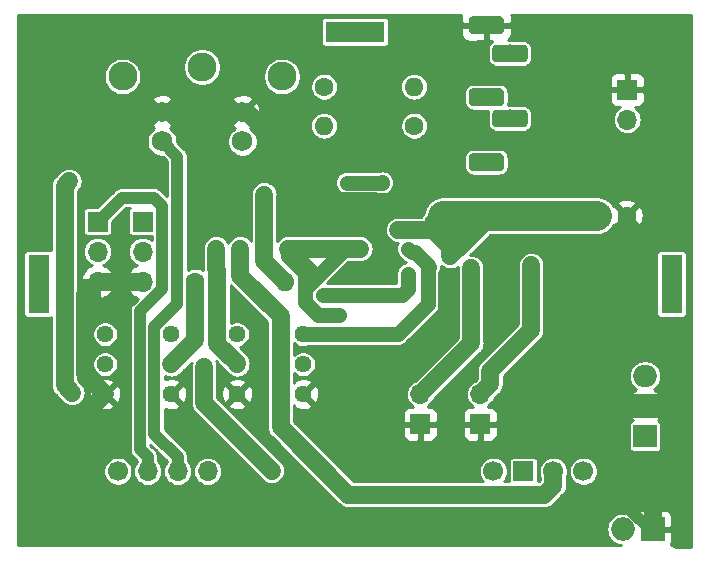
<source format=gbr>
G04 #@! TF.GenerationSoftware,KiCad,Pcbnew,(5.1.2)-1*
G04 #@! TF.CreationDate,2020-02-06T13:28:49-05:00*
G04 #@! TF.ProjectId,clearvideo128,636c6561-7276-4696-9465-6f3132382e6b,rev?*
G04 #@! TF.SameCoordinates,Original*
G04 #@! TF.FileFunction,Copper,L2,Bot*
G04 #@! TF.FilePolarity,Positive*
%FSLAX46Y46*%
G04 Gerber Fmt 4.6, Leading zero omitted, Abs format (unit mm)*
G04 Created by KiCad (PCBNEW (5.1.2)-1) date 2020-02-06 13:28:49*
%MOMM*%
%LPD*%
G04 APERTURE LIST*
%ADD10R,1.810000X5.000000*%
%ADD11R,5.000000X1.810000*%
%ADD12C,1.700000*%
%ADD13R,1.700000X1.700000*%
%ADD14O,1.700000X1.700000*%
%ADD15C,2.450000*%
%ADD16C,1.750000*%
%ADD17R,2.000000X1.905000*%
%ADD18O,2.000000X1.905000*%
%ADD19R,1.600000X1.600000*%
%ADD20C,1.600000*%
%ADD21R,2.000000X2.000000*%
%ADD22O,2.000000X2.000000*%
%ADD23C,0.100000*%
%ADD24C,1.500000*%
%ADD25O,1.600000X1.600000*%
%ADD26C,1.440000*%
%ADD27C,0.360000*%
%ADD28C,0.600000*%
%ADD29C,1.500000*%
%ADD30C,1.000000*%
%ADD31C,2.000000*%
%ADD32C,2.500000*%
%ADD33C,0.750000*%
%ADD34C,0.600000*%
%ADD35C,1.250000*%
%ADD36C,0.254000*%
G04 APERTURE END LIST*
D10*
X114632801Y-54797001D03*
X61045401Y-54797001D03*
D11*
X87817001Y-33461001D03*
D12*
X99551801Y-70672001D03*
D13*
X102091801Y-70672001D03*
D12*
X104631801Y-70672001D03*
X107171801Y-70672001D03*
D14*
X75371001Y-70672001D03*
X72831001Y-70672001D03*
X70291001Y-70672001D03*
D12*
X67751001Y-70672001D03*
D15*
X74898000Y-36443000D03*
X81648000Y-37243000D03*
X68148000Y-37243000D03*
D16*
X71498000Y-42743000D03*
X71498000Y-40243000D03*
X78298000Y-40243000D03*
X78298000Y-42743000D03*
D17*
X112395000Y-67691000D03*
D18*
X112395000Y-65151000D03*
X112395000Y-62611000D03*
D19*
X108331000Y-49022000D03*
D20*
X110831000Y-49022000D03*
D14*
X93345000Y-64135000D03*
D13*
X93345000Y-66675000D03*
X98425000Y-66675000D03*
D14*
X98425000Y-64135000D03*
D21*
X113030000Y-75565000D03*
D22*
X110490000Y-75565000D03*
D14*
X69850000Y-54610000D03*
X69850000Y-52070000D03*
D13*
X69850000Y-49530000D03*
X66040000Y-49530000D03*
D14*
X66040000Y-52070000D03*
X66040000Y-54610000D03*
X110871000Y-40894000D03*
D13*
X110871000Y-38354000D03*
D23*
G36*
X100110756Y-32144806D02*
G01*
X100147159Y-32150206D01*
X100182857Y-32159147D01*
X100217506Y-32171545D01*
X100250774Y-32187280D01*
X100282339Y-32206199D01*
X100311897Y-32228121D01*
X100339165Y-32252835D01*
X100363879Y-32280103D01*
X100385801Y-32309661D01*
X100404720Y-32341226D01*
X100420455Y-32374494D01*
X100432853Y-32409143D01*
X100441794Y-32444841D01*
X100447194Y-32481244D01*
X100449000Y-32518000D01*
X100449000Y-33268000D01*
X100447194Y-33304756D01*
X100441794Y-33341159D01*
X100432853Y-33376857D01*
X100420455Y-33411506D01*
X100404720Y-33444774D01*
X100385801Y-33476339D01*
X100363879Y-33505897D01*
X100339165Y-33533165D01*
X100311897Y-33557879D01*
X100282339Y-33579801D01*
X100250774Y-33598720D01*
X100217506Y-33614455D01*
X100182857Y-33626853D01*
X100147159Y-33635794D01*
X100110756Y-33641194D01*
X100074000Y-33643000D01*
X97824000Y-33643000D01*
X97787244Y-33641194D01*
X97750841Y-33635794D01*
X97715143Y-33626853D01*
X97680494Y-33614455D01*
X97647226Y-33598720D01*
X97615661Y-33579801D01*
X97586103Y-33557879D01*
X97558835Y-33533165D01*
X97534121Y-33505897D01*
X97512199Y-33476339D01*
X97493280Y-33444774D01*
X97477545Y-33411506D01*
X97465147Y-33376857D01*
X97456206Y-33341159D01*
X97450806Y-33304756D01*
X97449000Y-33268000D01*
X97449000Y-32518000D01*
X97450806Y-32481244D01*
X97456206Y-32444841D01*
X97465147Y-32409143D01*
X97477545Y-32374494D01*
X97493280Y-32341226D01*
X97512199Y-32309661D01*
X97534121Y-32280103D01*
X97558835Y-32252835D01*
X97586103Y-32228121D01*
X97615661Y-32206199D01*
X97647226Y-32187280D01*
X97680494Y-32171545D01*
X97715143Y-32159147D01*
X97750841Y-32150206D01*
X97787244Y-32144806D01*
X97824000Y-32143000D01*
X100074000Y-32143000D01*
X100110756Y-32144806D01*
X100110756Y-32144806D01*
G37*
D24*
X98949000Y-32893000D03*
D23*
G36*
X102110756Y-34544806D02*
G01*
X102147159Y-34550206D01*
X102182857Y-34559147D01*
X102217506Y-34571545D01*
X102250774Y-34587280D01*
X102282339Y-34606199D01*
X102311897Y-34628121D01*
X102339165Y-34652835D01*
X102363879Y-34680103D01*
X102385801Y-34709661D01*
X102404720Y-34741226D01*
X102420455Y-34774494D01*
X102432853Y-34809143D01*
X102441794Y-34844841D01*
X102447194Y-34881244D01*
X102449000Y-34918000D01*
X102449000Y-35668000D01*
X102447194Y-35704756D01*
X102441794Y-35741159D01*
X102432853Y-35776857D01*
X102420455Y-35811506D01*
X102404720Y-35844774D01*
X102385801Y-35876339D01*
X102363879Y-35905897D01*
X102339165Y-35933165D01*
X102311897Y-35957879D01*
X102282339Y-35979801D01*
X102250774Y-35998720D01*
X102217506Y-36014455D01*
X102182857Y-36026853D01*
X102147159Y-36035794D01*
X102110756Y-36041194D01*
X102074000Y-36043000D01*
X99824000Y-36043000D01*
X99787244Y-36041194D01*
X99750841Y-36035794D01*
X99715143Y-36026853D01*
X99680494Y-36014455D01*
X99647226Y-35998720D01*
X99615661Y-35979801D01*
X99586103Y-35957879D01*
X99558835Y-35933165D01*
X99534121Y-35905897D01*
X99512199Y-35876339D01*
X99493280Y-35844774D01*
X99477545Y-35811506D01*
X99465147Y-35776857D01*
X99456206Y-35741159D01*
X99450806Y-35704756D01*
X99449000Y-35668000D01*
X99449000Y-34918000D01*
X99450806Y-34881244D01*
X99456206Y-34844841D01*
X99465147Y-34809143D01*
X99477545Y-34774494D01*
X99493280Y-34741226D01*
X99512199Y-34709661D01*
X99534121Y-34680103D01*
X99558835Y-34652835D01*
X99586103Y-34628121D01*
X99615661Y-34606199D01*
X99647226Y-34587280D01*
X99680494Y-34571545D01*
X99715143Y-34559147D01*
X99750841Y-34550206D01*
X99787244Y-34544806D01*
X99824000Y-34543000D01*
X102074000Y-34543000D01*
X102110756Y-34544806D01*
X102110756Y-34544806D01*
G37*
D24*
X100949000Y-35293000D03*
D23*
G36*
X102110756Y-40044806D02*
G01*
X102147159Y-40050206D01*
X102182857Y-40059147D01*
X102217506Y-40071545D01*
X102250774Y-40087280D01*
X102282339Y-40106199D01*
X102311897Y-40128121D01*
X102339165Y-40152835D01*
X102363879Y-40180103D01*
X102385801Y-40209661D01*
X102404720Y-40241226D01*
X102420455Y-40274494D01*
X102432853Y-40309143D01*
X102441794Y-40344841D01*
X102447194Y-40381244D01*
X102449000Y-40418000D01*
X102449000Y-41168000D01*
X102447194Y-41204756D01*
X102441794Y-41241159D01*
X102432853Y-41276857D01*
X102420455Y-41311506D01*
X102404720Y-41344774D01*
X102385801Y-41376339D01*
X102363879Y-41405897D01*
X102339165Y-41433165D01*
X102311897Y-41457879D01*
X102282339Y-41479801D01*
X102250774Y-41498720D01*
X102217506Y-41514455D01*
X102182857Y-41526853D01*
X102147159Y-41535794D01*
X102110756Y-41541194D01*
X102074000Y-41543000D01*
X99824000Y-41543000D01*
X99787244Y-41541194D01*
X99750841Y-41535794D01*
X99715143Y-41526853D01*
X99680494Y-41514455D01*
X99647226Y-41498720D01*
X99615661Y-41479801D01*
X99586103Y-41457879D01*
X99558835Y-41433165D01*
X99534121Y-41405897D01*
X99512199Y-41376339D01*
X99493280Y-41344774D01*
X99477545Y-41311506D01*
X99465147Y-41276857D01*
X99456206Y-41241159D01*
X99450806Y-41204756D01*
X99449000Y-41168000D01*
X99449000Y-40418000D01*
X99450806Y-40381244D01*
X99456206Y-40344841D01*
X99465147Y-40309143D01*
X99477545Y-40274494D01*
X99493280Y-40241226D01*
X99512199Y-40209661D01*
X99534121Y-40180103D01*
X99558835Y-40152835D01*
X99586103Y-40128121D01*
X99615661Y-40106199D01*
X99647226Y-40087280D01*
X99680494Y-40071545D01*
X99715143Y-40059147D01*
X99750841Y-40050206D01*
X99787244Y-40044806D01*
X99824000Y-40043000D01*
X102074000Y-40043000D01*
X102110756Y-40044806D01*
X102110756Y-40044806D01*
G37*
D24*
X100949000Y-40793000D03*
D23*
G36*
X100110756Y-43744806D02*
G01*
X100147159Y-43750206D01*
X100182857Y-43759147D01*
X100217506Y-43771545D01*
X100250774Y-43787280D01*
X100282339Y-43806199D01*
X100311897Y-43828121D01*
X100339165Y-43852835D01*
X100363879Y-43880103D01*
X100385801Y-43909661D01*
X100404720Y-43941226D01*
X100420455Y-43974494D01*
X100432853Y-44009143D01*
X100441794Y-44044841D01*
X100447194Y-44081244D01*
X100449000Y-44118000D01*
X100449000Y-44868000D01*
X100447194Y-44904756D01*
X100441794Y-44941159D01*
X100432853Y-44976857D01*
X100420455Y-45011506D01*
X100404720Y-45044774D01*
X100385801Y-45076339D01*
X100363879Y-45105897D01*
X100339165Y-45133165D01*
X100311897Y-45157879D01*
X100282339Y-45179801D01*
X100250774Y-45198720D01*
X100217506Y-45214455D01*
X100182857Y-45226853D01*
X100147159Y-45235794D01*
X100110756Y-45241194D01*
X100074000Y-45243000D01*
X97824000Y-45243000D01*
X97787244Y-45241194D01*
X97750841Y-45235794D01*
X97715143Y-45226853D01*
X97680494Y-45214455D01*
X97647226Y-45198720D01*
X97615661Y-45179801D01*
X97586103Y-45157879D01*
X97558835Y-45133165D01*
X97534121Y-45105897D01*
X97512199Y-45076339D01*
X97493280Y-45044774D01*
X97477545Y-45011506D01*
X97465147Y-44976857D01*
X97456206Y-44941159D01*
X97450806Y-44904756D01*
X97449000Y-44868000D01*
X97449000Y-44118000D01*
X97450806Y-44081244D01*
X97456206Y-44044841D01*
X97465147Y-44009143D01*
X97477545Y-43974494D01*
X97493280Y-43941226D01*
X97512199Y-43909661D01*
X97534121Y-43880103D01*
X97558835Y-43852835D01*
X97586103Y-43828121D01*
X97615661Y-43806199D01*
X97647226Y-43787280D01*
X97680494Y-43771545D01*
X97715143Y-43759147D01*
X97750841Y-43750206D01*
X97787244Y-43744806D01*
X97824000Y-43743000D01*
X100074000Y-43743000D01*
X100110756Y-43744806D01*
X100110756Y-43744806D01*
G37*
D24*
X98949000Y-44493000D03*
D23*
G36*
X100110756Y-38244806D02*
G01*
X100147159Y-38250206D01*
X100182857Y-38259147D01*
X100217506Y-38271545D01*
X100250774Y-38287280D01*
X100282339Y-38306199D01*
X100311897Y-38328121D01*
X100339165Y-38352835D01*
X100363879Y-38380103D01*
X100385801Y-38409661D01*
X100404720Y-38441226D01*
X100420455Y-38474494D01*
X100432853Y-38509143D01*
X100441794Y-38544841D01*
X100447194Y-38581244D01*
X100449000Y-38618000D01*
X100449000Y-39368000D01*
X100447194Y-39404756D01*
X100441794Y-39441159D01*
X100432853Y-39476857D01*
X100420455Y-39511506D01*
X100404720Y-39544774D01*
X100385801Y-39576339D01*
X100363879Y-39605897D01*
X100339165Y-39633165D01*
X100311897Y-39657879D01*
X100282339Y-39679801D01*
X100250774Y-39698720D01*
X100217506Y-39714455D01*
X100182857Y-39726853D01*
X100147159Y-39735794D01*
X100110756Y-39741194D01*
X100074000Y-39743000D01*
X97824000Y-39743000D01*
X97787244Y-39741194D01*
X97750841Y-39735794D01*
X97715143Y-39726853D01*
X97680494Y-39714455D01*
X97647226Y-39698720D01*
X97615661Y-39679801D01*
X97586103Y-39657879D01*
X97558835Y-39633165D01*
X97534121Y-39605897D01*
X97512199Y-39576339D01*
X97493280Y-39544774D01*
X97477545Y-39511506D01*
X97465147Y-39476857D01*
X97456206Y-39441159D01*
X97450806Y-39404756D01*
X97449000Y-39368000D01*
X97449000Y-38618000D01*
X97450806Y-38581244D01*
X97456206Y-38544841D01*
X97465147Y-38509143D01*
X97477545Y-38474494D01*
X97493280Y-38441226D01*
X97512199Y-38409661D01*
X97534121Y-38380103D01*
X97558835Y-38352835D01*
X97586103Y-38328121D01*
X97615661Y-38306199D01*
X97647226Y-38287280D01*
X97680494Y-38271545D01*
X97715143Y-38259147D01*
X97750841Y-38250206D01*
X97787244Y-38244806D01*
X97824000Y-38243000D01*
X100074000Y-38243000D01*
X100110756Y-38244806D01*
X100110756Y-38244806D01*
G37*
D24*
X98949000Y-38993000D03*
D20*
X74295000Y-54610000D03*
D25*
X81915000Y-54610000D03*
D26*
X72263000Y-64135000D03*
X72263000Y-61595000D03*
X72263000Y-59055000D03*
X66675000Y-59055000D03*
X66675000Y-61595000D03*
X66675000Y-64135000D03*
X77851000Y-64135000D03*
X77851000Y-61595000D03*
X77851000Y-59055000D03*
X83439000Y-59055000D03*
X83439000Y-61595000D03*
X83439000Y-64135000D03*
D20*
X85217000Y-38100000D03*
D25*
X92837000Y-38100000D03*
X85217000Y-41402000D03*
D20*
X92837000Y-41402000D03*
D27*
X60960000Y-75946000D03*
X61198000Y-40243000D03*
D28*
X107192500Y-59567500D03*
X90306000Y-53975000D03*
X89482790Y-47826790D03*
X104453000Y-61663000D03*
X80391000Y-73152000D03*
X95885000Y-52451000D03*
X91503500Y-50228500D03*
X102743000Y-53213000D03*
X97663000Y-53467000D03*
X76073000Y-51816000D03*
X80137000Y-47244000D03*
X88265000Y-51816000D03*
X82169000Y-51816000D03*
X86487000Y-57404000D03*
X63627000Y-46101000D03*
X63881000Y-64008000D03*
X78105000Y-51816000D03*
X80772000Y-70612000D03*
X75057000Y-61849000D03*
X87122000Y-46228000D03*
X90170000Y-46228000D03*
X92329000Y-53975000D03*
X85090000Y-55753000D03*
X92329000Y-51816000D03*
D29*
X66040000Y-54610000D02*
X69850000Y-54610000D01*
X69498000Y-40243000D02*
X61198000Y-40243000D01*
X61198000Y-40243000D02*
X61198000Y-40243000D01*
X65955001Y-63415001D02*
X66675000Y-64135000D01*
X65001799Y-62461799D02*
X65955001Y-63415001D01*
X65001799Y-55648201D02*
X65001799Y-62461799D01*
X66040000Y-54610000D02*
X65001799Y-55648201D01*
X107492499Y-59267501D02*
X107492499Y-54432501D01*
X107192500Y-59567500D02*
X107492499Y-59267501D01*
X60960000Y-69850000D02*
X66675000Y-64135000D01*
X60960000Y-75946000D02*
X60960000Y-69850000D01*
X90306000Y-51439702D02*
X89482790Y-50616492D01*
X90306000Y-53975000D02*
X90306000Y-51439702D01*
X89482790Y-50616492D02*
X89482790Y-47826790D01*
X89482790Y-47826790D02*
X89482790Y-47826790D01*
X113030000Y-73215000D02*
X113030000Y-75565000D01*
X108975002Y-69160002D02*
X113030000Y-73215000D01*
X108975002Y-61350002D02*
X108975002Y-69160002D01*
X107192500Y-59567500D02*
X108975002Y-61350002D01*
X86488865Y-47826790D02*
X89058526Y-47826790D01*
X86693088Y-47826790D02*
X90306000Y-51439702D01*
X86488865Y-47826790D02*
X86693088Y-47826790D01*
X69498000Y-40243000D02*
X71498000Y-40243000D01*
X71498000Y-40243000D02*
X78298000Y-40243000D01*
X89058526Y-47826790D02*
X89482790Y-47826790D01*
X86230792Y-47826790D02*
X89058526Y-47826790D01*
X78647002Y-40243000D02*
X86230792Y-47826790D01*
X78298000Y-40243000D02*
X78647002Y-40243000D01*
X110831000Y-51094000D02*
X110831000Y-49022000D01*
X107492499Y-54432501D02*
X110831000Y-51094000D01*
D30*
X113030000Y-75565000D02*
X112903000Y-75565000D01*
X112788738Y-75565000D02*
X111235537Y-74011799D01*
X113030000Y-75565000D02*
X112788738Y-75565000D01*
D31*
X112395000Y-65151000D02*
X115189000Y-65151000D01*
X115189000Y-65151000D02*
X109855000Y-65151000D01*
D29*
X95885000Y-52451000D02*
X95885000Y-52451000D01*
X91503500Y-50228500D02*
X94424500Y-50228500D01*
X95885000Y-51689000D02*
X95885000Y-52451000D01*
X94424500Y-50228500D02*
X95885000Y-51689000D01*
X94424500Y-50228500D02*
X94424500Y-49655126D01*
X94424500Y-50228500D02*
X94424500Y-49847500D01*
X94424500Y-49847500D02*
X95250000Y-49022000D01*
X99060000Y-49022000D02*
X99060000Y-49276000D01*
X95250000Y-49022000D02*
X99060000Y-49022000D01*
X97472500Y-50228500D02*
X97790000Y-50546000D01*
X94424500Y-50228500D02*
X97472500Y-50228500D01*
X99060000Y-49276000D02*
X97790000Y-50546000D01*
X97790000Y-50546000D02*
X95885000Y-52451000D01*
D32*
X105031000Y-49022000D02*
X95250000Y-49022000D01*
X108331000Y-49022000D02*
X105031000Y-49022000D01*
D29*
X72293009Y-61564991D02*
X72293009Y-61595000D01*
X74295000Y-59563000D02*
X72293009Y-61564991D01*
X74295000Y-54610000D02*
X74295000Y-59563000D01*
D33*
X102743000Y-53213000D02*
X102743000Y-53213000D01*
D29*
X102743000Y-58674000D02*
X102743000Y-53213000D01*
X99274999Y-62142001D02*
X102743000Y-58674000D01*
X98425000Y-64135000D02*
X99274999Y-63285001D01*
X99274999Y-63285001D02*
X99274999Y-62142001D01*
D33*
X97663000Y-53467000D02*
X97663000Y-53467000D01*
D29*
X97663000Y-59817000D02*
X97663000Y-53467000D01*
X93345000Y-64135000D02*
X97663000Y-59817000D01*
X76177799Y-59858137D02*
X76177799Y-53616201D01*
X77851000Y-61595000D02*
X77851000Y-61531338D01*
X77851000Y-61531338D02*
X76177799Y-59858137D01*
X76073000Y-53511402D02*
X76073000Y-51816000D01*
X76177799Y-53616201D02*
X76073000Y-53511402D01*
X81915000Y-54610000D02*
X80137000Y-52832000D01*
X80137000Y-52832000D02*
X80137000Y-47244000D01*
X80137000Y-47244000D02*
X80137000Y-47244000D01*
D34*
X82169000Y-51816000D02*
X82169000Y-51816000D01*
D35*
X83636790Y-53922052D02*
X83636790Y-56354939D01*
X82169000Y-51816000D02*
X82169000Y-52454262D01*
X82169000Y-52454262D02*
X83636790Y-53922052D01*
X86487000Y-57404000D02*
X86487000Y-57404000D01*
D29*
X88265000Y-51816000D02*
X82169000Y-51816000D01*
D35*
X88265000Y-51816000D02*
X86971851Y-51816000D01*
X83636790Y-56354939D02*
X83636790Y-55151061D01*
X84685851Y-57404000D02*
X83636790Y-56354939D01*
X86487000Y-57404000D02*
X84685851Y-57404000D01*
X83998925Y-53645925D02*
X83998925Y-54788925D01*
X82169000Y-51816000D02*
X83998925Y-53645925D01*
X86971851Y-51816000D02*
X83998925Y-54788925D01*
X83998925Y-54788925D02*
X83636790Y-55151061D01*
D29*
X63246000Y-46482000D02*
X63627000Y-46101000D01*
X63881000Y-64008000D02*
X63246000Y-63373000D01*
X63246000Y-63373000D02*
X63246000Y-46482000D01*
D30*
X71501000Y-48215238D02*
X70783762Y-47498000D01*
X71501000Y-55257738D02*
X71501000Y-48215238D01*
X69636589Y-57122149D02*
X71501000Y-55257738D01*
X69636589Y-68815508D02*
X69636589Y-57122149D01*
X70291001Y-70672001D02*
X70291001Y-69469920D01*
X70291001Y-69469920D02*
X69636589Y-68815508D01*
X70783762Y-47498000D02*
X68072000Y-47498000D01*
X68072000Y-47498000D02*
X66040000Y-49530000D01*
X72791799Y-44036799D02*
X71498000Y-42743000D01*
X72791799Y-56494201D02*
X72791799Y-44036799D01*
X70839799Y-58446201D02*
X72791799Y-56494201D01*
X70839799Y-67478718D02*
X70839799Y-58446201D01*
X72831001Y-70672001D02*
X72831001Y-69469920D01*
X72831001Y-69469920D02*
X70839799Y-67478718D01*
D33*
X78105000Y-51816000D02*
X78105000Y-51816000D01*
D29*
X104631801Y-71874082D02*
X104631801Y-70672001D01*
X78105000Y-51816000D02*
X78105000Y-54102000D01*
X78105000Y-54102000D02*
X81534000Y-57531000D01*
X81534000Y-57531000D02*
X81534000Y-66929000D01*
X81534000Y-66929000D02*
X87249000Y-72644000D01*
X87249000Y-72644000D02*
X103861883Y-72644000D01*
X103861883Y-72644000D02*
X104631801Y-71874082D01*
X75057000Y-64897000D02*
X80772000Y-70612000D01*
X80772000Y-70612000D02*
X80772000Y-70612000D01*
X75057000Y-64897000D02*
X75057000Y-61849000D01*
D33*
X87122000Y-46228000D02*
X90170000Y-46228000D01*
X90170000Y-46228000D02*
X90170000Y-46228000D01*
D35*
X90119701Y-46228000D02*
X90144850Y-46202851D01*
X87122000Y-46228000D02*
X90119701Y-46228000D01*
X92329000Y-53975000D02*
X92329000Y-55118000D01*
X92329000Y-55118000D02*
X92329000Y-55245000D01*
X92329000Y-55245000D02*
X91821000Y-55753000D01*
X91821000Y-55753000D02*
X85090000Y-55753000D01*
X85090000Y-55753000D02*
X85090000Y-55753000D01*
X92628999Y-52115999D02*
X92882999Y-52115999D01*
X92329000Y-51816000D02*
X92628999Y-52115999D01*
X92882999Y-52115999D02*
X93980000Y-53213000D01*
X93980000Y-53213000D02*
X94107000Y-53340000D01*
X91440000Y-59055000D02*
X83439000Y-59055000D01*
X93980000Y-53213000D02*
X93980000Y-56515000D01*
X93980000Y-56515000D02*
X91440000Y-59055000D01*
D36*
G36*
X96810928Y-32143000D02*
G01*
X96814000Y-32607250D01*
X96972750Y-32766000D01*
X98822000Y-32766000D01*
X98822000Y-32746000D01*
X99076000Y-32746000D01*
X99076000Y-32766000D01*
X100925250Y-32766000D01*
X101084000Y-32607250D01*
X101087072Y-32143000D01*
X101075844Y-32029000D01*
X116307000Y-32029000D01*
X116307001Y-77089000D01*
X114997767Y-77089000D01*
X114969474Y-77054526D01*
X114907653Y-77003790D01*
X114837121Y-76966090D01*
X114760590Y-76942875D01*
X114700941Y-76937000D01*
X114546170Y-76937000D01*
X114560537Y-76919494D01*
X114619502Y-76809180D01*
X114655812Y-76689482D01*
X114668072Y-76565000D01*
X114665000Y-75850750D01*
X114506250Y-75692000D01*
X113157000Y-75692000D01*
X113157000Y-75712000D01*
X112903000Y-75712000D01*
X112903000Y-75692000D01*
X112883000Y-75692000D01*
X112883000Y-75438000D01*
X112903000Y-75438000D01*
X112903000Y-74088750D01*
X113157000Y-74088750D01*
X113157000Y-75438000D01*
X114506250Y-75438000D01*
X114665000Y-75279250D01*
X114668072Y-74565000D01*
X114655812Y-74440518D01*
X114619502Y-74320820D01*
X114560537Y-74210506D01*
X114481185Y-74113815D01*
X114384494Y-74034463D01*
X114274180Y-73975498D01*
X114154482Y-73939188D01*
X114030000Y-73926928D01*
X113315750Y-73930000D01*
X113157000Y-74088750D01*
X112903000Y-74088750D01*
X112744250Y-73930000D01*
X112030000Y-73926928D01*
X111905518Y-73939188D01*
X111785820Y-73975498D01*
X111675506Y-74034463D01*
X111578815Y-74113815D01*
X111499463Y-74210506D01*
X111440498Y-74320820D01*
X111404188Y-74440518D01*
X111396150Y-74522137D01*
X111260955Y-74411185D01*
X111021043Y-74282949D01*
X110760723Y-74203982D01*
X110557843Y-74184000D01*
X110422157Y-74184000D01*
X110219277Y-74203982D01*
X109958957Y-74282949D01*
X109719045Y-74411185D01*
X109508761Y-74583761D01*
X109336185Y-74794045D01*
X109207949Y-75033957D01*
X109128982Y-75294277D01*
X109102318Y-75565000D01*
X109128982Y-75835723D01*
X109207949Y-76096043D01*
X109336185Y-76335955D01*
X109508761Y-76546239D01*
X109719045Y-76718815D01*
X109958957Y-76847051D01*
X110219277Y-76926018D01*
X110330779Y-76937000D01*
X59334000Y-76937000D01*
X59334000Y-70550758D01*
X66520001Y-70550758D01*
X66520001Y-70793244D01*
X66567308Y-71031070D01*
X66660103Y-71255098D01*
X66794821Y-71456718D01*
X66966284Y-71628181D01*
X67167904Y-71762899D01*
X67391932Y-71855694D01*
X67629758Y-71903001D01*
X67872244Y-71903001D01*
X68110070Y-71855694D01*
X68334098Y-71762899D01*
X68535718Y-71628181D01*
X68707181Y-71456718D01*
X68841899Y-71255098D01*
X68934694Y-71031070D01*
X68982001Y-70793244D01*
X68982001Y-70550758D01*
X68934694Y-70312932D01*
X68841899Y-70088904D01*
X68707181Y-69887284D01*
X68535718Y-69715821D01*
X68334098Y-69581103D01*
X68110070Y-69488308D01*
X67872244Y-69441001D01*
X67629758Y-69441001D01*
X67391932Y-69488308D01*
X67167904Y-69581103D01*
X66966284Y-69715821D01*
X66794821Y-69887284D01*
X66660103Y-70088904D01*
X66567308Y-70312932D01*
X66520001Y-70550758D01*
X59334000Y-70550758D01*
X59334000Y-52297001D01*
X59757558Y-52297001D01*
X59757558Y-57297001D01*
X59764914Y-57371690D01*
X59786700Y-57443509D01*
X59822079Y-57509697D01*
X59869690Y-57567712D01*
X59927705Y-57615323D01*
X59993893Y-57650702D01*
X60065712Y-57672488D01*
X60140401Y-57679844D01*
X61950401Y-57679844D01*
X62025090Y-57672488D01*
X62096909Y-57650702D01*
X62115000Y-57641032D01*
X62115000Y-63317450D01*
X62109529Y-63373000D01*
X62115000Y-63428550D01*
X62115000Y-63428557D01*
X62131365Y-63594714D01*
X62196037Y-63807908D01*
X62301058Y-64004390D01*
X62442393Y-64176607D01*
X62485550Y-64212025D01*
X63120548Y-64847023D01*
X63249610Y-64952942D01*
X63446091Y-65057963D01*
X63659285Y-65122635D01*
X63881000Y-65144472D01*
X64102715Y-65122635D01*
X64274382Y-65070560D01*
X65919045Y-65070560D01*
X65980932Y-65306368D01*
X66222790Y-65419266D01*
X66482027Y-65482811D01*
X66748680Y-65494561D01*
X67012501Y-65454063D01*
X67263353Y-65362875D01*
X67369068Y-65306368D01*
X67430955Y-65070560D01*
X66675000Y-64314605D01*
X65919045Y-65070560D01*
X64274382Y-65070560D01*
X64315909Y-65057963D01*
X64512390Y-64952942D01*
X64684607Y-64811607D01*
X64825942Y-64639390D01*
X64930963Y-64442909D01*
X64995635Y-64229715D01*
X64997706Y-64208680D01*
X65315439Y-64208680D01*
X65355937Y-64472501D01*
X65447125Y-64723353D01*
X65503632Y-64829068D01*
X65739440Y-64890955D01*
X66495395Y-64135000D01*
X66854605Y-64135000D01*
X67610560Y-64890955D01*
X67846368Y-64829068D01*
X67959266Y-64587210D01*
X68022811Y-64327973D01*
X68034561Y-64061320D01*
X67994063Y-63797499D01*
X67902875Y-63546647D01*
X67846368Y-63440932D01*
X67610560Y-63379045D01*
X66854605Y-64135000D01*
X66495395Y-64135000D01*
X65739440Y-63379045D01*
X65503632Y-63440932D01*
X65390734Y-63682790D01*
X65327189Y-63942027D01*
X65315439Y-64208680D01*
X64997706Y-64208680D01*
X65017472Y-64008000D01*
X64995635Y-63786285D01*
X64930963Y-63573091D01*
X64825942Y-63376610D01*
X64720023Y-63247548D01*
X64671915Y-63199440D01*
X65919045Y-63199440D01*
X66675000Y-63955395D01*
X67430955Y-63199440D01*
X67369068Y-62963632D01*
X67127210Y-62850734D01*
X66867973Y-62787189D01*
X66601320Y-62775439D01*
X66337499Y-62815937D01*
X66086647Y-62907125D01*
X65980932Y-62963632D01*
X65919045Y-63199440D01*
X64671915Y-63199440D01*
X64377000Y-62904525D01*
X64377000Y-61486561D01*
X65574000Y-61486561D01*
X65574000Y-61703439D01*
X65616311Y-61916150D01*
X65699307Y-62116519D01*
X65819798Y-62296846D01*
X65973154Y-62450202D01*
X66153481Y-62570693D01*
X66353850Y-62653689D01*
X66566561Y-62696000D01*
X66783439Y-62696000D01*
X66996150Y-62653689D01*
X67196519Y-62570693D01*
X67376846Y-62450202D01*
X67530202Y-62296846D01*
X67650693Y-62116519D01*
X67733689Y-61916150D01*
X67776000Y-61703439D01*
X67776000Y-61486561D01*
X67733689Y-61273850D01*
X67650693Y-61073481D01*
X67530202Y-60893154D01*
X67376846Y-60739798D01*
X67196519Y-60619307D01*
X66996150Y-60536311D01*
X66783439Y-60494000D01*
X66566561Y-60494000D01*
X66353850Y-60536311D01*
X66153481Y-60619307D01*
X65973154Y-60739798D01*
X65819798Y-60893154D01*
X65699307Y-61073481D01*
X65616311Y-61273850D01*
X65574000Y-61486561D01*
X64377000Y-61486561D01*
X64377000Y-58946561D01*
X65574000Y-58946561D01*
X65574000Y-59163439D01*
X65616311Y-59376150D01*
X65699307Y-59576519D01*
X65819798Y-59756846D01*
X65973154Y-59910202D01*
X66153481Y-60030693D01*
X66353850Y-60113689D01*
X66566561Y-60156000D01*
X66783439Y-60156000D01*
X66996150Y-60113689D01*
X67196519Y-60030693D01*
X67376846Y-59910202D01*
X67530202Y-59756846D01*
X67650693Y-59576519D01*
X67733689Y-59376150D01*
X67776000Y-59163439D01*
X67776000Y-58946561D01*
X67733689Y-58733850D01*
X67650693Y-58533481D01*
X67530202Y-58353154D01*
X67376846Y-58199798D01*
X67196519Y-58079307D01*
X66996150Y-57996311D01*
X66783439Y-57954000D01*
X66566561Y-57954000D01*
X66353850Y-57996311D01*
X66153481Y-58079307D01*
X65973154Y-58199798D01*
X65819798Y-58353154D01*
X65699307Y-58533481D01*
X65616311Y-58733850D01*
X65574000Y-58946561D01*
X64377000Y-58946561D01*
X64377000Y-54966890D01*
X64598524Y-54966890D01*
X64643175Y-55114099D01*
X64768359Y-55376920D01*
X64942412Y-55610269D01*
X65158645Y-55805178D01*
X65408748Y-55954157D01*
X65683109Y-56051481D01*
X65913000Y-55930814D01*
X65913000Y-54737000D01*
X66167000Y-54737000D01*
X66167000Y-55930814D01*
X66396891Y-56051481D01*
X66671252Y-55954157D01*
X66921355Y-55805178D01*
X67137588Y-55610269D01*
X67311641Y-55376920D01*
X67436825Y-55114099D01*
X67481476Y-54966890D01*
X67360155Y-54737000D01*
X66167000Y-54737000D01*
X65913000Y-54737000D01*
X64719845Y-54737000D01*
X64598524Y-54966890D01*
X64377000Y-54966890D01*
X64377000Y-54253110D01*
X64598524Y-54253110D01*
X64719845Y-54483000D01*
X65913000Y-54483000D01*
X65913000Y-54463000D01*
X66167000Y-54463000D01*
X66167000Y-54483000D01*
X67360155Y-54483000D01*
X67481476Y-54253110D01*
X67436825Y-54105901D01*
X67311641Y-53843080D01*
X67137588Y-53609731D01*
X66921355Y-53414822D01*
X66671252Y-53265843D01*
X66516695Y-53211017D01*
X66727216Y-53098491D01*
X66914660Y-52944660D01*
X67068491Y-52757216D01*
X67182798Y-52543363D01*
X67253188Y-52311318D01*
X67276956Y-52070000D01*
X67253188Y-51828682D01*
X67182798Y-51596637D01*
X67068491Y-51382784D01*
X66914660Y-51195340D01*
X66727216Y-51041509D01*
X66513363Y-50927202D01*
X66281318Y-50856812D01*
X66100472Y-50839000D01*
X65979528Y-50839000D01*
X65798682Y-50856812D01*
X65566637Y-50927202D01*
X65352784Y-51041509D01*
X65165340Y-51195340D01*
X65011509Y-51382784D01*
X64897202Y-51596637D01*
X64826812Y-51828682D01*
X64803044Y-52070000D01*
X64826812Y-52311318D01*
X64897202Y-52543363D01*
X65011509Y-52757216D01*
X65165340Y-52944660D01*
X65352784Y-53098491D01*
X65563305Y-53211017D01*
X65408748Y-53265843D01*
X65158645Y-53414822D01*
X64942412Y-53609731D01*
X64768359Y-53843080D01*
X64643175Y-54105901D01*
X64598524Y-54253110D01*
X64377000Y-54253110D01*
X64377000Y-48680000D01*
X64807157Y-48680000D01*
X64807157Y-50380000D01*
X64814513Y-50454689D01*
X64836299Y-50526508D01*
X64871678Y-50592696D01*
X64919289Y-50650711D01*
X64977304Y-50698322D01*
X65043492Y-50733701D01*
X65115311Y-50755487D01*
X65190000Y-50762843D01*
X66890000Y-50762843D01*
X66964689Y-50755487D01*
X67036508Y-50733701D01*
X67102696Y-50698322D01*
X67160711Y-50650711D01*
X67208322Y-50592696D01*
X67243701Y-50526508D01*
X67265487Y-50454689D01*
X67272843Y-50380000D01*
X67272843Y-49543078D01*
X68436922Y-48379000D01*
X68766197Y-48379000D01*
X68729289Y-48409289D01*
X68681678Y-48467304D01*
X68646299Y-48533492D01*
X68624513Y-48605311D01*
X68617157Y-48680000D01*
X68617157Y-50380000D01*
X68624513Y-50454689D01*
X68646299Y-50526508D01*
X68681678Y-50592696D01*
X68729289Y-50650711D01*
X68787304Y-50698322D01*
X68853492Y-50733701D01*
X68925311Y-50755487D01*
X69000000Y-50762843D01*
X70620001Y-50762843D01*
X70620001Y-51109448D01*
X70537216Y-51041509D01*
X70323363Y-50927202D01*
X70091318Y-50856812D01*
X69910472Y-50839000D01*
X69789528Y-50839000D01*
X69608682Y-50856812D01*
X69376637Y-50927202D01*
X69162784Y-51041509D01*
X68975340Y-51195340D01*
X68821509Y-51382784D01*
X68707202Y-51596637D01*
X68636812Y-51828682D01*
X68613044Y-52070000D01*
X68636812Y-52311318D01*
X68707202Y-52543363D01*
X68821509Y-52757216D01*
X68975340Y-52944660D01*
X69162784Y-53098491D01*
X69373305Y-53211017D01*
X69218748Y-53265843D01*
X68968645Y-53414822D01*
X68752412Y-53609731D01*
X68578359Y-53843080D01*
X68453175Y-54105901D01*
X68408524Y-54253110D01*
X68529845Y-54483000D01*
X69723000Y-54483000D01*
X69723000Y-54463000D01*
X69977000Y-54463000D01*
X69977000Y-54483000D01*
X69997000Y-54483000D01*
X69997000Y-54737000D01*
X69977000Y-54737000D01*
X69977000Y-54757000D01*
X69723000Y-54757000D01*
X69723000Y-54737000D01*
X68529845Y-54737000D01*
X68408524Y-54966890D01*
X68453175Y-55114099D01*
X68578359Y-55376920D01*
X68752412Y-55610269D01*
X68968645Y-55805178D01*
X69218748Y-55954157D01*
X69469655Y-56043161D01*
X69044229Y-56468588D01*
X69010615Y-56496174D01*
X68983030Y-56529787D01*
X68900521Y-56630324D01*
X68818714Y-56783375D01*
X68768338Y-56949444D01*
X68751327Y-57122149D01*
X68755590Y-57165429D01*
X68755589Y-68772238D01*
X68751327Y-68815508D01*
X68755589Y-68858778D01*
X68755589Y-68858780D01*
X68768337Y-68988213D01*
X68818714Y-69154282D01*
X68900521Y-69307333D01*
X68937610Y-69352525D01*
X69010614Y-69441483D01*
X69044233Y-69469073D01*
X69396580Y-69821420D01*
X69262510Y-69984785D01*
X69148203Y-70198638D01*
X69077813Y-70430683D01*
X69054045Y-70672001D01*
X69077813Y-70913319D01*
X69148203Y-71145364D01*
X69262510Y-71359217D01*
X69416341Y-71546661D01*
X69603785Y-71700492D01*
X69817638Y-71814799D01*
X70049683Y-71885189D01*
X70230529Y-71903001D01*
X70351473Y-71903001D01*
X70532319Y-71885189D01*
X70764364Y-71814799D01*
X70978217Y-71700492D01*
X71165661Y-71546661D01*
X71319492Y-71359217D01*
X71433799Y-71145364D01*
X71504189Y-70913319D01*
X71527957Y-70672001D01*
X71504189Y-70430683D01*
X71433799Y-70198638D01*
X71319492Y-69984785D01*
X71172001Y-69805066D01*
X71172001Y-69513189D01*
X71176263Y-69469919D01*
X71172001Y-69426647D01*
X71159253Y-69297214D01*
X71108876Y-69131145D01*
X71052858Y-69026343D01*
X71027069Y-68978094D01*
X70944560Y-68877557D01*
X70916976Y-68843945D01*
X70883361Y-68816358D01*
X70517589Y-68450587D01*
X70517589Y-68402429D01*
X71936580Y-69821420D01*
X71802510Y-69984785D01*
X71688203Y-70198638D01*
X71617813Y-70430683D01*
X71594045Y-70672001D01*
X71617813Y-70913319D01*
X71688203Y-71145364D01*
X71802510Y-71359217D01*
X71956341Y-71546661D01*
X72143785Y-71700492D01*
X72357638Y-71814799D01*
X72589683Y-71885189D01*
X72770529Y-71903001D01*
X72891473Y-71903001D01*
X73072319Y-71885189D01*
X73304364Y-71814799D01*
X73518217Y-71700492D01*
X73705661Y-71546661D01*
X73859492Y-71359217D01*
X73973799Y-71145364D01*
X74044189Y-70913319D01*
X74067957Y-70672001D01*
X74134045Y-70672001D01*
X74157813Y-70913319D01*
X74228203Y-71145364D01*
X74342510Y-71359217D01*
X74496341Y-71546661D01*
X74683785Y-71700492D01*
X74897638Y-71814799D01*
X75129683Y-71885189D01*
X75310529Y-71903001D01*
X75431473Y-71903001D01*
X75612319Y-71885189D01*
X75844364Y-71814799D01*
X76058217Y-71700492D01*
X76245661Y-71546661D01*
X76399492Y-71359217D01*
X76513799Y-71145364D01*
X76584189Y-70913319D01*
X76607957Y-70672001D01*
X76584189Y-70430683D01*
X76513799Y-70198638D01*
X76399492Y-69984785D01*
X76245661Y-69797341D01*
X76058217Y-69643510D01*
X75844364Y-69529203D01*
X75612319Y-69458813D01*
X75431473Y-69441001D01*
X75310529Y-69441001D01*
X75129683Y-69458813D01*
X74897638Y-69529203D01*
X74683785Y-69643510D01*
X74496341Y-69797341D01*
X74342510Y-69984785D01*
X74228203Y-70198638D01*
X74157813Y-70430683D01*
X74134045Y-70672001D01*
X74067957Y-70672001D01*
X74044189Y-70430683D01*
X73973799Y-70198638D01*
X73859492Y-69984785D01*
X73712001Y-69805066D01*
X73712001Y-69513190D01*
X73716263Y-69469920D01*
X73712001Y-69426647D01*
X73699253Y-69297214D01*
X73648876Y-69131145D01*
X73592858Y-69026343D01*
X73567069Y-68978094D01*
X73484560Y-68877557D01*
X73456976Y-68843945D01*
X73423362Y-68816359D01*
X71720799Y-67113797D01*
X71720799Y-65377259D01*
X71810790Y-65419266D01*
X72070027Y-65482811D01*
X72336680Y-65494561D01*
X72600501Y-65454063D01*
X72851353Y-65362875D01*
X72957068Y-65306368D01*
X73018955Y-65070560D01*
X72263000Y-64314605D01*
X72248858Y-64328748D01*
X72069253Y-64149143D01*
X72083395Y-64135000D01*
X72442605Y-64135000D01*
X73198560Y-64890955D01*
X73434368Y-64829068D01*
X73547266Y-64587210D01*
X73610811Y-64327973D01*
X73622561Y-64061320D01*
X73582063Y-63797499D01*
X73490875Y-63546647D01*
X73434368Y-63440932D01*
X73198560Y-63379045D01*
X72442605Y-64135000D01*
X72083395Y-64135000D01*
X72069253Y-64120858D01*
X72248858Y-63941253D01*
X72263000Y-63955395D01*
X73018955Y-63199440D01*
X72957068Y-62963632D01*
X72715210Y-62850734D01*
X72455973Y-62787189D01*
X72189320Y-62775439D01*
X71925499Y-62815937D01*
X71720799Y-62890348D01*
X71720799Y-62571574D01*
X71858101Y-62644963D01*
X72071295Y-62709635D01*
X72293009Y-62731472D01*
X72514724Y-62709635D01*
X72727918Y-62644963D01*
X72924399Y-62539942D01*
X73096616Y-62398607D01*
X73237951Y-62226390D01*
X73245835Y-62211640D01*
X73991211Y-61466264D01*
X73942366Y-61627285D01*
X73926001Y-61793442D01*
X73926000Y-64841449D01*
X73920529Y-64897000D01*
X73926000Y-64952550D01*
X73926000Y-64952557D01*
X73942365Y-65118714D01*
X74007037Y-65331908D01*
X74112058Y-65528390D01*
X74253393Y-65700607D01*
X74296550Y-65736025D01*
X79932975Y-71372450D01*
X79968393Y-71415607D01*
X80128083Y-71546661D01*
X80140610Y-71556942D01*
X80337091Y-71661963D01*
X80550285Y-71726635D01*
X80772000Y-71748472D01*
X80827558Y-71743000D01*
X80993715Y-71726635D01*
X81206909Y-71661963D01*
X81403390Y-71556942D01*
X81575607Y-71415607D01*
X81716942Y-71243390D01*
X81821963Y-71046909D01*
X81886635Y-70833715D01*
X81908472Y-70612000D01*
X81886635Y-70390285D01*
X81821963Y-70177091D01*
X81716942Y-69980610D01*
X81575607Y-69808393D01*
X81532450Y-69772975D01*
X76830035Y-65070560D01*
X77095045Y-65070560D01*
X77156932Y-65306368D01*
X77398790Y-65419266D01*
X77658027Y-65482811D01*
X77924680Y-65494561D01*
X78188501Y-65454063D01*
X78439353Y-65362875D01*
X78545068Y-65306368D01*
X78606955Y-65070560D01*
X77851000Y-64314605D01*
X77095045Y-65070560D01*
X76830035Y-65070560D01*
X76188000Y-64428525D01*
X76188000Y-64208680D01*
X76491439Y-64208680D01*
X76531937Y-64472501D01*
X76623125Y-64723353D01*
X76679632Y-64829068D01*
X76915440Y-64890955D01*
X77671395Y-64135000D01*
X78030605Y-64135000D01*
X78786560Y-64890955D01*
X79022368Y-64829068D01*
X79135266Y-64587210D01*
X79198811Y-64327973D01*
X79210561Y-64061320D01*
X79170063Y-63797499D01*
X79078875Y-63546647D01*
X79022368Y-63440932D01*
X78786560Y-63379045D01*
X78030605Y-64135000D01*
X77671395Y-64135000D01*
X76915440Y-63379045D01*
X76679632Y-63440932D01*
X76566734Y-63682790D01*
X76503189Y-63942027D01*
X76491439Y-64208680D01*
X76188000Y-64208680D01*
X76188000Y-63199440D01*
X77095045Y-63199440D01*
X77851000Y-63955395D01*
X78606955Y-63199440D01*
X78545068Y-62963632D01*
X78303210Y-62850734D01*
X78043973Y-62787189D01*
X77777320Y-62775439D01*
X77513499Y-62815937D01*
X77262647Y-62907125D01*
X77156932Y-62963632D01*
X77095045Y-63199440D01*
X76188000Y-63199440D01*
X76188000Y-61793442D01*
X76171635Y-61627285D01*
X76106963Y-61414091D01*
X76075598Y-61355412D01*
X76859533Y-62139347D01*
X76906058Y-62226390D01*
X77047393Y-62398607D01*
X77219610Y-62539942D01*
X77416091Y-62644963D01*
X77629285Y-62709635D01*
X77851000Y-62731472D01*
X78072714Y-62709635D01*
X78285908Y-62644963D01*
X78482390Y-62539942D01*
X78654607Y-62398607D01*
X78795942Y-62226390D01*
X78900963Y-62029909D01*
X78965635Y-61816715D01*
X78982000Y-61650558D01*
X78982000Y-61586896D01*
X78987472Y-61531338D01*
X78965635Y-61309623D01*
X78900963Y-61096429D01*
X78795942Y-60899948D01*
X78690023Y-60770885D01*
X78690021Y-60770883D01*
X78654607Y-60727731D01*
X78611455Y-60692317D01*
X78055942Y-60136804D01*
X78172150Y-60113689D01*
X78372519Y-60030693D01*
X78552846Y-59910202D01*
X78706202Y-59756846D01*
X78826693Y-59576519D01*
X78909689Y-59376150D01*
X78952000Y-59163439D01*
X78952000Y-58946561D01*
X78909689Y-58733850D01*
X78826693Y-58533481D01*
X78706202Y-58353154D01*
X78552846Y-58199798D01*
X78372519Y-58079307D01*
X78172150Y-57996311D01*
X77959439Y-57954000D01*
X77742561Y-57954000D01*
X77529850Y-57996311D01*
X77329481Y-58079307D01*
X77308799Y-58093126D01*
X77308799Y-54911684D01*
X77344546Y-54941021D01*
X80403000Y-57999475D01*
X80403001Y-66873440D01*
X80397529Y-66929000D01*
X80419365Y-67150714D01*
X80484037Y-67363908D01*
X80589058Y-67560389D01*
X80694977Y-67689452D01*
X80694980Y-67689455D01*
X80730394Y-67732607D01*
X80773546Y-67768021D01*
X86409975Y-73404450D01*
X86445393Y-73447607D01*
X86617610Y-73588942D01*
X86814091Y-73693963D01*
X87027285Y-73758635D01*
X87249000Y-73780472D01*
X87304558Y-73775000D01*
X103806333Y-73775000D01*
X103861883Y-73780471D01*
X103917433Y-73775000D01*
X103917441Y-73775000D01*
X104083598Y-73758635D01*
X104296792Y-73693963D01*
X104493273Y-73588942D01*
X104665490Y-73447607D01*
X104700908Y-73404450D01*
X105392251Y-72713107D01*
X105435408Y-72677689D01*
X105576743Y-72505472D01*
X105681764Y-72308991D01*
X105746436Y-72095797D01*
X105762801Y-71929640D01*
X105762801Y-71929631D01*
X105768272Y-71874083D01*
X105762801Y-71818535D01*
X105762801Y-71158283D01*
X105815494Y-71031070D01*
X105862801Y-70793244D01*
X105862801Y-70550758D01*
X105940801Y-70550758D01*
X105940801Y-70793244D01*
X105988108Y-71031070D01*
X106080903Y-71255098D01*
X106215621Y-71456718D01*
X106387084Y-71628181D01*
X106588704Y-71762899D01*
X106812732Y-71855694D01*
X107050558Y-71903001D01*
X107293044Y-71903001D01*
X107530870Y-71855694D01*
X107754898Y-71762899D01*
X107956518Y-71628181D01*
X108127981Y-71456718D01*
X108262699Y-71255098D01*
X108355494Y-71031070D01*
X108402801Y-70793244D01*
X108402801Y-70550758D01*
X108355494Y-70312932D01*
X108262699Y-70088904D01*
X108127981Y-69887284D01*
X107956518Y-69715821D01*
X107754898Y-69581103D01*
X107530870Y-69488308D01*
X107293044Y-69441001D01*
X107050558Y-69441001D01*
X106812732Y-69488308D01*
X106588704Y-69581103D01*
X106387084Y-69715821D01*
X106215621Y-69887284D01*
X106080903Y-70088904D01*
X105988108Y-70312932D01*
X105940801Y-70550758D01*
X105862801Y-70550758D01*
X105815494Y-70312932D01*
X105722699Y-70088904D01*
X105587981Y-69887284D01*
X105416518Y-69715821D01*
X105214898Y-69581103D01*
X104990870Y-69488308D01*
X104753044Y-69441001D01*
X104510558Y-69441001D01*
X104272732Y-69488308D01*
X104048704Y-69581103D01*
X103847084Y-69715821D01*
X103675621Y-69887284D01*
X103540903Y-70088904D01*
X103448108Y-70312932D01*
X103400801Y-70550758D01*
X103400801Y-70793244D01*
X103448108Y-71031070D01*
X103500801Y-71158283D01*
X103500801Y-71405607D01*
X103393408Y-71513000D01*
X103324644Y-71513000D01*
X103324644Y-69822001D01*
X103317288Y-69747312D01*
X103295502Y-69675493D01*
X103260123Y-69609305D01*
X103212512Y-69551290D01*
X103154497Y-69503679D01*
X103088309Y-69468300D01*
X103016490Y-69446514D01*
X102941801Y-69439158D01*
X101241801Y-69439158D01*
X101167112Y-69446514D01*
X101095293Y-69468300D01*
X101029105Y-69503679D01*
X100971090Y-69551290D01*
X100923479Y-69609305D01*
X100888100Y-69675493D01*
X100866314Y-69747312D01*
X100858958Y-69822001D01*
X100858958Y-71513000D01*
X100451699Y-71513000D01*
X100507981Y-71456718D01*
X100642699Y-71255098D01*
X100735494Y-71031070D01*
X100782801Y-70793244D01*
X100782801Y-70550758D01*
X100735494Y-70312932D01*
X100642699Y-70088904D01*
X100507981Y-69887284D01*
X100336518Y-69715821D01*
X100134898Y-69581103D01*
X99910870Y-69488308D01*
X99673044Y-69441001D01*
X99430558Y-69441001D01*
X99192732Y-69488308D01*
X98968704Y-69581103D01*
X98767084Y-69715821D01*
X98595621Y-69887284D01*
X98460903Y-70088904D01*
X98368108Y-70312932D01*
X98320801Y-70550758D01*
X98320801Y-70793244D01*
X98368108Y-71031070D01*
X98460903Y-71255098D01*
X98595621Y-71456718D01*
X98651903Y-71513000D01*
X87717475Y-71513000D01*
X83729475Y-67525000D01*
X91856928Y-67525000D01*
X91869188Y-67649482D01*
X91905498Y-67769180D01*
X91964463Y-67879494D01*
X92043815Y-67976185D01*
X92140506Y-68055537D01*
X92250820Y-68114502D01*
X92370518Y-68150812D01*
X92495000Y-68163072D01*
X93059250Y-68160000D01*
X93218000Y-68001250D01*
X93218000Y-66802000D01*
X93472000Y-66802000D01*
X93472000Y-68001250D01*
X93630750Y-68160000D01*
X94195000Y-68163072D01*
X94319482Y-68150812D01*
X94439180Y-68114502D01*
X94549494Y-68055537D01*
X94646185Y-67976185D01*
X94725537Y-67879494D01*
X94784502Y-67769180D01*
X94820812Y-67649482D01*
X94833072Y-67525000D01*
X96936928Y-67525000D01*
X96949188Y-67649482D01*
X96985498Y-67769180D01*
X97044463Y-67879494D01*
X97123815Y-67976185D01*
X97220506Y-68055537D01*
X97330820Y-68114502D01*
X97450518Y-68150812D01*
X97575000Y-68163072D01*
X98139250Y-68160000D01*
X98298000Y-68001250D01*
X98298000Y-66802000D01*
X98552000Y-66802000D01*
X98552000Y-68001250D01*
X98710750Y-68160000D01*
X99275000Y-68163072D01*
X99399482Y-68150812D01*
X99519180Y-68114502D01*
X99629494Y-68055537D01*
X99726185Y-67976185D01*
X99805537Y-67879494D01*
X99864502Y-67769180D01*
X99900812Y-67649482D01*
X99913072Y-67525000D01*
X99910000Y-66960750D01*
X99751250Y-66802000D01*
X98552000Y-66802000D01*
X98298000Y-66802000D01*
X97098750Y-66802000D01*
X96940000Y-66960750D01*
X96936928Y-67525000D01*
X94833072Y-67525000D01*
X94830000Y-66960750D01*
X94671250Y-66802000D01*
X93472000Y-66802000D01*
X93218000Y-66802000D01*
X92018750Y-66802000D01*
X91860000Y-66960750D01*
X91856928Y-67525000D01*
X83729475Y-67525000D01*
X82665000Y-66460525D01*
X82665000Y-65088608D01*
X82683046Y-65070562D01*
X82744932Y-65306368D01*
X82986790Y-65419266D01*
X83246027Y-65482811D01*
X83512680Y-65494561D01*
X83776501Y-65454063D01*
X84027353Y-65362875D01*
X84133068Y-65306368D01*
X84194955Y-65070560D01*
X83439000Y-64314605D01*
X83424858Y-64328748D01*
X83245253Y-64149143D01*
X83259395Y-64135000D01*
X83618605Y-64135000D01*
X84374560Y-64890955D01*
X84610368Y-64829068D01*
X84723266Y-64587210D01*
X84786811Y-64327973D01*
X84798561Y-64061320D01*
X84758063Y-63797499D01*
X84666875Y-63546647D01*
X84610368Y-63440932D01*
X84374560Y-63379045D01*
X83618605Y-64135000D01*
X83259395Y-64135000D01*
X83245253Y-64120858D01*
X83424858Y-63941253D01*
X83439000Y-63955395D01*
X84194955Y-63199440D01*
X84133068Y-62963632D01*
X83891210Y-62850734D01*
X83631973Y-62787189D01*
X83365320Y-62775439D01*
X83101499Y-62815937D01*
X82850647Y-62907125D01*
X82744932Y-62963632D01*
X82683046Y-63199438D01*
X82665000Y-63181392D01*
X82665000Y-62378048D01*
X82737154Y-62450202D01*
X82917481Y-62570693D01*
X83117850Y-62653689D01*
X83330561Y-62696000D01*
X83547439Y-62696000D01*
X83760150Y-62653689D01*
X83960519Y-62570693D01*
X84140846Y-62450202D01*
X84294202Y-62296846D01*
X84414693Y-62116519D01*
X84497689Y-61916150D01*
X84540000Y-61703439D01*
X84540000Y-61486561D01*
X84497689Y-61273850D01*
X84414693Y-61073481D01*
X84294202Y-60893154D01*
X84140846Y-60739798D01*
X83960519Y-60619307D01*
X83760150Y-60536311D01*
X83547439Y-60494000D01*
X83330561Y-60494000D01*
X83117850Y-60536311D01*
X82917481Y-60619307D01*
X82737154Y-60739798D01*
X82665000Y-60811952D01*
X82665000Y-59838048D01*
X82737154Y-59910202D01*
X82917481Y-60030693D01*
X83117850Y-60113689D01*
X83330561Y-60156000D01*
X83547439Y-60156000D01*
X83760150Y-60113689D01*
X83887352Y-60061000D01*
X91390586Y-60061000D01*
X91440000Y-60065867D01*
X91489414Y-60061000D01*
X91637210Y-60046443D01*
X91826842Y-59988919D01*
X92001608Y-59895505D01*
X92154791Y-59769791D01*
X92186296Y-59731402D01*
X94656407Y-57261292D01*
X94694791Y-57229791D01*
X94820505Y-57076608D01*
X94913919Y-56901842D01*
X94955773Y-56763867D01*
X94971443Y-56712211D01*
X94979508Y-56630324D01*
X94986000Y-56564414D01*
X94986000Y-56564408D01*
X94990866Y-56515001D01*
X94986000Y-56465594D01*
X94986000Y-53829586D01*
X95040918Y-53726841D01*
X95098443Y-53537209D01*
X95117867Y-53339999D01*
X95111924Y-53279663D01*
X95253610Y-53395942D01*
X95450091Y-53500963D01*
X95663285Y-53565635D01*
X95829442Y-53582000D01*
X95885000Y-53587472D01*
X95940558Y-53582000D01*
X96106715Y-53565635D01*
X96319909Y-53500963D01*
X96516390Y-53395942D01*
X96535035Y-53380641D01*
X96532001Y-53411442D01*
X96532000Y-59348524D01*
X92895589Y-62984936D01*
X92871637Y-62992202D01*
X92657784Y-63106509D01*
X92470340Y-63260340D01*
X92316509Y-63447784D01*
X92202202Y-63661637D01*
X92131812Y-63893682D01*
X92108044Y-64135000D01*
X92131812Y-64376318D01*
X92202202Y-64608363D01*
X92316509Y-64822216D01*
X92470340Y-65009660D01*
X92657784Y-65163491D01*
X92703758Y-65188065D01*
X92495000Y-65186928D01*
X92370518Y-65199188D01*
X92250820Y-65235498D01*
X92140506Y-65294463D01*
X92043815Y-65373815D01*
X91964463Y-65470506D01*
X91905498Y-65580820D01*
X91869188Y-65700518D01*
X91856928Y-65825000D01*
X91860000Y-66389250D01*
X92018750Y-66548000D01*
X93218000Y-66548000D01*
X93218000Y-66528000D01*
X93472000Y-66528000D01*
X93472000Y-66548000D01*
X94671250Y-66548000D01*
X94830000Y-66389250D01*
X94833072Y-65825000D01*
X96936928Y-65825000D01*
X96940000Y-66389250D01*
X97098750Y-66548000D01*
X98298000Y-66548000D01*
X98298000Y-66528000D01*
X98552000Y-66528000D01*
X98552000Y-66548000D01*
X99751250Y-66548000D01*
X99910000Y-66389250D01*
X99913072Y-65825000D01*
X99900812Y-65700518D01*
X99864502Y-65580820D01*
X99834120Y-65523980D01*
X110804437Y-65523980D01*
X110875429Y-65742094D01*
X111019031Y-66017923D01*
X111213685Y-66260437D01*
X111334298Y-66361635D01*
X111320311Y-66363013D01*
X111248492Y-66384799D01*
X111182304Y-66420178D01*
X111124289Y-66467789D01*
X111076678Y-66525804D01*
X111041299Y-66591992D01*
X111019513Y-66663811D01*
X111012157Y-66738500D01*
X111012157Y-68643500D01*
X111019513Y-68718189D01*
X111041299Y-68790008D01*
X111076678Y-68856196D01*
X111124289Y-68914211D01*
X111182304Y-68961822D01*
X111248492Y-68997201D01*
X111320311Y-69018987D01*
X111395000Y-69026343D01*
X113395000Y-69026343D01*
X113469689Y-69018987D01*
X113541508Y-68997201D01*
X113607696Y-68961822D01*
X113665711Y-68914211D01*
X113713322Y-68856196D01*
X113748701Y-68790008D01*
X113770487Y-68718189D01*
X113777843Y-68643500D01*
X113777843Y-66738500D01*
X113770487Y-66663811D01*
X113748701Y-66591992D01*
X113713322Y-66525804D01*
X113665711Y-66467789D01*
X113607696Y-66420178D01*
X113541508Y-66384799D01*
X113469689Y-66363013D01*
X113455702Y-66361635D01*
X113576315Y-66260437D01*
X113770969Y-66017923D01*
X113914571Y-65742094D01*
X113985563Y-65523980D01*
X113865594Y-65278000D01*
X112522000Y-65278000D01*
X112522000Y-65298000D01*
X112268000Y-65298000D01*
X112268000Y-65278000D01*
X110924406Y-65278000D01*
X110804437Y-65523980D01*
X99834120Y-65523980D01*
X99805537Y-65470506D01*
X99726185Y-65373815D01*
X99629494Y-65294463D01*
X99519180Y-65235498D01*
X99399482Y-65199188D01*
X99275000Y-65186928D01*
X99066242Y-65188065D01*
X99112216Y-65163491D01*
X99299660Y-65009660D01*
X99453491Y-64822216D01*
X99477114Y-64778020D01*
X110804437Y-64778020D01*
X110924406Y-65024000D01*
X112268000Y-65024000D01*
X112268000Y-65004000D01*
X112522000Y-65004000D01*
X112522000Y-65024000D01*
X113865594Y-65024000D01*
X113985563Y-64778020D01*
X113914571Y-64559906D01*
X113770969Y-64284077D01*
X113576315Y-64041563D01*
X113338089Y-63841684D01*
X113155879Y-63741730D01*
X113186937Y-63725129D01*
X113389989Y-63558489D01*
X113556629Y-63355437D01*
X113680454Y-63123777D01*
X113756705Y-62872412D01*
X113782452Y-62611000D01*
X113756705Y-62349588D01*
X113680454Y-62098223D01*
X113556629Y-61866563D01*
X113389989Y-61663511D01*
X113186937Y-61496871D01*
X112955277Y-61373046D01*
X112703912Y-61296795D01*
X112508008Y-61277500D01*
X112281992Y-61277500D01*
X112086088Y-61296795D01*
X111834723Y-61373046D01*
X111603063Y-61496871D01*
X111400011Y-61663511D01*
X111233371Y-61866563D01*
X111109546Y-62098223D01*
X111033295Y-62349588D01*
X111007548Y-62611000D01*
X111033295Y-62872412D01*
X111109546Y-63123777D01*
X111233371Y-63355437D01*
X111400011Y-63558489D01*
X111603063Y-63725129D01*
X111634121Y-63741730D01*
X111451911Y-63841684D01*
X111213685Y-64041563D01*
X111019031Y-64284077D01*
X110875429Y-64559906D01*
X110804437Y-64778020D01*
X99477114Y-64778020D01*
X99567798Y-64608363D01*
X99575063Y-64584412D01*
X100035454Y-64124022D01*
X100078606Y-64088608D01*
X100144760Y-64008000D01*
X100219941Y-63916391D01*
X100232079Y-63893682D01*
X100324962Y-63719910D01*
X100389634Y-63506716D01*
X100405999Y-63340559D01*
X100405999Y-63340550D01*
X100411470Y-63285002D01*
X100405999Y-63229454D01*
X100405999Y-62610476D01*
X103503455Y-59513021D01*
X103546607Y-59477607D01*
X103687942Y-59305390D01*
X103792963Y-59108909D01*
X103857635Y-58895715D01*
X103874000Y-58729558D01*
X103874000Y-58729551D01*
X103879471Y-58674001D01*
X103874000Y-58618450D01*
X103874000Y-53157442D01*
X103857635Y-52991285D01*
X103792963Y-52778091D01*
X103687942Y-52581610D01*
X103546607Y-52409393D01*
X103409658Y-52297001D01*
X113344958Y-52297001D01*
X113344958Y-57297001D01*
X113352314Y-57371690D01*
X113374100Y-57443509D01*
X113409479Y-57509697D01*
X113457090Y-57567712D01*
X113515105Y-57615323D01*
X113581293Y-57650702D01*
X113653112Y-57672488D01*
X113727801Y-57679844D01*
X115537801Y-57679844D01*
X115612490Y-57672488D01*
X115684309Y-57650702D01*
X115750497Y-57615323D01*
X115808512Y-57567712D01*
X115856123Y-57509697D01*
X115891502Y-57443509D01*
X115913288Y-57371690D01*
X115920644Y-57297001D01*
X115920644Y-52297001D01*
X115913288Y-52222312D01*
X115891502Y-52150493D01*
X115856123Y-52084305D01*
X115808512Y-52026290D01*
X115750497Y-51978679D01*
X115684309Y-51943300D01*
X115612490Y-51921514D01*
X115537801Y-51914158D01*
X113727801Y-51914158D01*
X113653112Y-51921514D01*
X113581293Y-51943300D01*
X113515105Y-51978679D01*
X113457090Y-52026290D01*
X113409479Y-52084305D01*
X113374100Y-52150493D01*
X113352314Y-52222312D01*
X113344958Y-52297001D01*
X103409658Y-52297001D01*
X103374390Y-52268058D01*
X103177909Y-52163037D01*
X102964715Y-52098365D01*
X102743000Y-52076528D01*
X102521286Y-52098365D01*
X102308092Y-52163037D01*
X102111611Y-52268058D01*
X101939394Y-52409393D01*
X101798059Y-52581610D01*
X101693038Y-52778091D01*
X101628366Y-52991285D01*
X101612001Y-53157442D01*
X101612000Y-58205524D01*
X98514545Y-61302980D01*
X98471393Y-61338394D01*
X98435979Y-61381546D01*
X98435976Y-61381549D01*
X98330057Y-61510612D01*
X98318979Y-61531338D01*
X98225036Y-61707092D01*
X98160364Y-61920286D01*
X98143999Y-62086443D01*
X98143999Y-62086451D01*
X98138528Y-62142001D01*
X98143999Y-62197551D01*
X98143999Y-62816525D01*
X97975588Y-62984937D01*
X97951637Y-62992202D01*
X97737784Y-63106509D01*
X97550340Y-63260340D01*
X97396509Y-63447784D01*
X97282202Y-63661637D01*
X97211812Y-63893682D01*
X97188044Y-64135000D01*
X97211812Y-64376318D01*
X97282202Y-64608363D01*
X97396509Y-64822216D01*
X97550340Y-65009660D01*
X97737784Y-65163491D01*
X97783758Y-65188065D01*
X97575000Y-65186928D01*
X97450518Y-65199188D01*
X97330820Y-65235498D01*
X97220506Y-65294463D01*
X97123815Y-65373815D01*
X97044463Y-65470506D01*
X96985498Y-65580820D01*
X96949188Y-65700518D01*
X96936928Y-65825000D01*
X94833072Y-65825000D01*
X94820812Y-65700518D01*
X94784502Y-65580820D01*
X94725537Y-65470506D01*
X94646185Y-65373815D01*
X94549494Y-65294463D01*
X94439180Y-65235498D01*
X94319482Y-65199188D01*
X94195000Y-65186928D01*
X93986242Y-65188065D01*
X94032216Y-65163491D01*
X94219660Y-65009660D01*
X94373491Y-64822216D01*
X94487798Y-64608363D01*
X94495064Y-64584411D01*
X98423455Y-60656021D01*
X98466607Y-60620607D01*
X98607942Y-60448390D01*
X98712963Y-60251909D01*
X98777635Y-60038715D01*
X98794000Y-59872558D01*
X98794000Y-59872549D01*
X98799471Y-59817001D01*
X98794000Y-59761453D01*
X98794000Y-53411442D01*
X98777635Y-53245285D01*
X98712963Y-53032091D01*
X98607942Y-52835610D01*
X98466607Y-52663393D01*
X98294390Y-52522058D01*
X98097909Y-52417037D01*
X97884715Y-52352365D01*
X97663000Y-52330528D01*
X97598605Y-52336870D01*
X98550456Y-51385020D01*
X98593607Y-51349607D01*
X98629020Y-51306456D01*
X98629023Y-51306453D01*
X98629027Y-51306448D01*
X99282476Y-50653000D01*
X108411118Y-50653000D01*
X108650732Y-50629400D01*
X108958176Y-50536138D01*
X109241519Y-50384688D01*
X109489871Y-50180871D01*
X109626242Y-50014702D01*
X110017903Y-50014702D01*
X110089486Y-50258671D01*
X110344996Y-50379571D01*
X110619184Y-50448300D01*
X110901512Y-50462217D01*
X111181130Y-50420787D01*
X111447292Y-50325603D01*
X111572514Y-50258671D01*
X111644097Y-50014702D01*
X110831000Y-49201605D01*
X110017903Y-50014702D01*
X109626242Y-50014702D01*
X109693688Y-49932519D01*
X109758306Y-49811627D01*
X109838298Y-49835097D01*
X110651395Y-49022000D01*
X111010605Y-49022000D01*
X111823702Y-49835097D01*
X112067671Y-49763514D01*
X112188571Y-49508004D01*
X112257300Y-49233816D01*
X112271217Y-48951488D01*
X112229787Y-48671870D01*
X112134603Y-48405708D01*
X112067671Y-48280486D01*
X111823702Y-48208903D01*
X111010605Y-49022000D01*
X110651395Y-49022000D01*
X109838298Y-48208903D01*
X109758306Y-48232373D01*
X109693688Y-48111481D01*
X109626243Y-48029298D01*
X110017903Y-48029298D01*
X110831000Y-48842395D01*
X111644097Y-48029298D01*
X111572514Y-47785329D01*
X111317004Y-47664429D01*
X111042816Y-47595700D01*
X110760488Y-47581783D01*
X110480870Y-47623213D01*
X110214708Y-47718397D01*
X110089486Y-47785329D01*
X110017903Y-48029298D01*
X109626243Y-48029298D01*
X109489871Y-47863129D01*
X109241519Y-47659312D01*
X108958176Y-47507862D01*
X108650732Y-47414600D01*
X108411118Y-47391000D01*
X95169882Y-47391000D01*
X94930268Y-47414600D01*
X94622824Y-47507862D01*
X94339481Y-47659312D01*
X94091129Y-47863129D01*
X93887312Y-48111481D01*
X93735862Y-48394824D01*
X93642600Y-48702268D01*
X93628516Y-48845264D01*
X93620894Y-48851519D01*
X93479559Y-49023736D01*
X93440131Y-49097500D01*
X91447942Y-49097500D01*
X91281785Y-49113865D01*
X91068591Y-49178537D01*
X90872110Y-49283558D01*
X90699893Y-49424893D01*
X90558558Y-49597110D01*
X90453537Y-49793591D01*
X90388865Y-50006785D01*
X90367028Y-50228500D01*
X90388865Y-50450215D01*
X90453537Y-50663409D01*
X90558558Y-50859890D01*
X90699893Y-51032107D01*
X90872110Y-51173442D01*
X91068591Y-51278463D01*
X91281785Y-51343135D01*
X91433096Y-51358038D01*
X91395081Y-51429159D01*
X91337557Y-51618791D01*
X91318133Y-51816000D01*
X91337557Y-52013209D01*
X91395081Y-52202841D01*
X91488496Y-52377607D01*
X91582710Y-52492408D01*
X91882703Y-52792401D01*
X91914208Y-52830790D01*
X92067391Y-52956504D01*
X92122995Y-52986225D01*
X91942158Y-53041081D01*
X91767392Y-53134495D01*
X91614209Y-53260209D01*
X91488495Y-53413392D01*
X91395081Y-53588159D01*
X91337557Y-53777791D01*
X91323000Y-53925587D01*
X91323001Y-54747000D01*
X85463549Y-54747000D01*
X87263550Y-52947000D01*
X88320558Y-52947000D01*
X88486715Y-52930635D01*
X88699909Y-52865963D01*
X88896390Y-52760942D01*
X89068607Y-52619607D01*
X89209942Y-52447390D01*
X89314963Y-52250909D01*
X89379635Y-52037715D01*
X89401472Y-51816000D01*
X89379635Y-51594285D01*
X89314963Y-51381091D01*
X89209942Y-51184610D01*
X89068607Y-51012393D01*
X88896390Y-50871058D01*
X88699909Y-50766037D01*
X88486715Y-50701365D01*
X88320558Y-50685000D01*
X82113442Y-50685000D01*
X81947285Y-50701365D01*
X81734091Y-50766037D01*
X81537610Y-50871058D01*
X81365393Y-51012393D01*
X81268000Y-51131067D01*
X81268000Y-47299558D01*
X81273472Y-47244000D01*
X81251635Y-47022285D01*
X81186963Y-46809091D01*
X81081942Y-46612610D01*
X80940607Y-46440393D01*
X80768390Y-46299058D01*
X80635450Y-46228000D01*
X86111133Y-46228000D01*
X86130557Y-46425210D01*
X86188081Y-46614842D01*
X86281495Y-46789608D01*
X86407209Y-46942791D01*
X86560392Y-47068505D01*
X86735158Y-47161919D01*
X86924790Y-47219443D01*
X87072586Y-47234000D01*
X90070287Y-47234000D01*
X90119701Y-47238867D01*
X90169115Y-47234000D01*
X90316911Y-47219443D01*
X90506543Y-47161919D01*
X90681309Y-47068505D01*
X90834492Y-46942791D01*
X90865997Y-46904402D01*
X90891140Y-46879259D01*
X90985354Y-46764458D01*
X91078769Y-46589692D01*
X91136293Y-46400061D01*
X91155717Y-46202852D01*
X91136293Y-46005642D01*
X91078769Y-45816010D01*
X90985354Y-45641244D01*
X90859640Y-45488061D01*
X90706457Y-45362347D01*
X90531691Y-45268932D01*
X90342059Y-45211408D01*
X90144849Y-45191984D01*
X89947640Y-45211408D01*
X89912723Y-45222000D01*
X87072586Y-45222000D01*
X86924790Y-45236557D01*
X86735158Y-45294081D01*
X86560392Y-45387495D01*
X86407209Y-45513209D01*
X86281495Y-45666392D01*
X86188081Y-45841158D01*
X86130557Y-46030790D01*
X86111133Y-46228000D01*
X80635450Y-46228000D01*
X80571909Y-46194037D01*
X80358715Y-46129365D01*
X80192558Y-46113000D01*
X80137000Y-46107528D01*
X80081442Y-46113000D01*
X79915285Y-46129365D01*
X79702091Y-46194037D01*
X79505610Y-46299058D01*
X79333393Y-46440393D01*
X79192058Y-46612610D01*
X79087037Y-46809091D01*
X79022365Y-47022285D01*
X79000528Y-47244000D01*
X79006001Y-47299568D01*
X79006000Y-51131067D01*
X78908607Y-51012393D01*
X78736390Y-50871058D01*
X78539908Y-50766037D01*
X78326714Y-50701365D01*
X78105000Y-50679528D01*
X77883285Y-50701365D01*
X77670091Y-50766037D01*
X77473610Y-50871058D01*
X77301393Y-51012393D01*
X77160058Y-51184610D01*
X77089000Y-51317551D01*
X77017942Y-51184610D01*
X76876607Y-51012393D01*
X76704390Y-50871058D01*
X76507909Y-50766037D01*
X76294715Y-50701365D01*
X76073000Y-50679528D01*
X75851286Y-50701365D01*
X75638092Y-50766037D01*
X75441611Y-50871058D01*
X75269394Y-51012393D01*
X75128059Y-51184610D01*
X75023038Y-51381091D01*
X74958366Y-51594285D01*
X74942000Y-51760442D01*
X74942000Y-53455852D01*
X74936529Y-53511402D01*
X74942000Y-53566952D01*
X74942000Y-53566959D01*
X74947796Y-53625809D01*
X74854413Y-53563412D01*
X74639485Y-53474386D01*
X74411318Y-53429000D01*
X74178682Y-53429000D01*
X73950515Y-53474386D01*
X73735587Y-53563412D01*
X73672799Y-53605366D01*
X73672799Y-44118000D01*
X97066157Y-44118000D01*
X97066157Y-44868000D01*
X97080719Y-45015848D01*
X97123844Y-45158014D01*
X97193877Y-45289035D01*
X97288124Y-45403876D01*
X97402965Y-45498123D01*
X97533986Y-45568156D01*
X97676152Y-45611281D01*
X97824000Y-45625843D01*
X100074000Y-45625843D01*
X100221848Y-45611281D01*
X100364014Y-45568156D01*
X100495035Y-45498123D01*
X100609876Y-45403876D01*
X100704123Y-45289035D01*
X100774156Y-45158014D01*
X100817281Y-45015848D01*
X100831843Y-44868000D01*
X100831843Y-44118000D01*
X100817281Y-43970152D01*
X100774156Y-43827986D01*
X100704123Y-43696965D01*
X100609876Y-43582124D01*
X100495035Y-43487877D01*
X100364014Y-43417844D01*
X100221848Y-43374719D01*
X100074000Y-43360157D01*
X97824000Y-43360157D01*
X97676152Y-43374719D01*
X97533986Y-43417844D01*
X97402965Y-43487877D01*
X97288124Y-43582124D01*
X97193877Y-43696965D01*
X97123844Y-43827986D01*
X97080719Y-43970152D01*
X97066157Y-44118000D01*
X73672799Y-44118000D01*
X73672799Y-44080068D01*
X73677061Y-44036798D01*
X73670497Y-43970152D01*
X73660051Y-43864093D01*
X73609674Y-43698024D01*
X73542835Y-43572977D01*
X73527867Y-43544973D01*
X73445358Y-43444436D01*
X73417774Y-43410824D01*
X73384160Y-43383238D01*
X72800000Y-42799078D01*
X72800000Y-42614764D01*
X76996000Y-42614764D01*
X76996000Y-42871236D01*
X77046035Y-43122779D01*
X77144182Y-43359728D01*
X77286670Y-43572977D01*
X77468023Y-43754330D01*
X77681272Y-43896818D01*
X77918221Y-43994965D01*
X78169764Y-44045000D01*
X78426236Y-44045000D01*
X78677779Y-43994965D01*
X78914728Y-43896818D01*
X79127977Y-43754330D01*
X79309330Y-43572977D01*
X79451818Y-43359728D01*
X79549965Y-43122779D01*
X79600000Y-42871236D01*
X79600000Y-42614764D01*
X79549965Y-42363221D01*
X79451818Y-42126272D01*
X79309330Y-41913023D01*
X79127977Y-41731670D01*
X78949776Y-41612600D01*
X79083975Y-41540868D01*
X79128489Y-41402000D01*
X84030286Y-41402000D01*
X84053088Y-41633516D01*
X84120619Y-41856136D01*
X84230283Y-42061303D01*
X84377866Y-42241134D01*
X84557697Y-42388717D01*
X84762864Y-42498381D01*
X84985484Y-42565912D01*
X85158984Y-42583000D01*
X85275016Y-42583000D01*
X85448516Y-42565912D01*
X85671136Y-42498381D01*
X85876303Y-42388717D01*
X86056134Y-42241134D01*
X86203717Y-42061303D01*
X86313381Y-41856136D01*
X86380912Y-41633516D01*
X86403714Y-41402000D01*
X86392258Y-41285682D01*
X91656000Y-41285682D01*
X91656000Y-41518318D01*
X91701386Y-41746485D01*
X91790412Y-41961413D01*
X91919658Y-42154843D01*
X92084157Y-42319342D01*
X92277587Y-42448588D01*
X92492515Y-42537614D01*
X92720682Y-42583000D01*
X92953318Y-42583000D01*
X93181485Y-42537614D01*
X93396413Y-42448588D01*
X93589843Y-42319342D01*
X93754342Y-42154843D01*
X93883588Y-41961413D01*
X93972614Y-41746485D01*
X94018000Y-41518318D01*
X94018000Y-41285682D01*
X93972614Y-41057515D01*
X93883588Y-40842587D01*
X93754342Y-40649157D01*
X93589843Y-40484658D01*
X93396413Y-40355412D01*
X93181485Y-40266386D01*
X92953318Y-40221000D01*
X92720682Y-40221000D01*
X92492515Y-40266386D01*
X92277587Y-40355412D01*
X92084157Y-40484658D01*
X91919658Y-40649157D01*
X91790412Y-40842587D01*
X91701386Y-41057515D01*
X91656000Y-41285682D01*
X86392258Y-41285682D01*
X86380912Y-41170484D01*
X86313381Y-40947864D01*
X86203717Y-40742697D01*
X86056134Y-40562866D01*
X85876303Y-40415283D01*
X85671136Y-40305619D01*
X85448516Y-40238088D01*
X85275016Y-40221000D01*
X85158984Y-40221000D01*
X84985484Y-40238088D01*
X84762864Y-40305619D01*
X84557697Y-40415283D01*
X84377866Y-40562866D01*
X84230283Y-40742697D01*
X84120619Y-40947864D01*
X84053088Y-41170484D01*
X84030286Y-41402000D01*
X79128489Y-41402000D01*
X79164635Y-41289240D01*
X78298000Y-40422605D01*
X77431365Y-41289240D01*
X77512025Y-41540868D01*
X77652773Y-41608224D01*
X77468023Y-41731670D01*
X77286670Y-41913023D01*
X77144182Y-42126272D01*
X77046035Y-42363221D01*
X76996000Y-42614764D01*
X72800000Y-42614764D01*
X72749965Y-42363221D01*
X72651818Y-42126272D01*
X72509330Y-41913023D01*
X72327977Y-41731670D01*
X72149776Y-41612600D01*
X72283975Y-41540868D01*
X72364635Y-41289240D01*
X71498000Y-40422605D01*
X70631365Y-41289240D01*
X70712025Y-41540868D01*
X70852773Y-41608224D01*
X70668023Y-41731670D01*
X70486670Y-41913023D01*
X70344182Y-42126272D01*
X70246035Y-42363221D01*
X70196000Y-42614764D01*
X70196000Y-42871236D01*
X70246035Y-43122779D01*
X70344182Y-43359728D01*
X70486670Y-43572977D01*
X70668023Y-43754330D01*
X70881272Y-43896818D01*
X71118221Y-43994965D01*
X71369764Y-44045000D01*
X71554078Y-44045000D01*
X71910800Y-44401722D01*
X71910800Y-47379116D01*
X71437327Y-46905644D01*
X71409737Y-46872025D01*
X71275587Y-46761932D01*
X71122537Y-46680125D01*
X70956468Y-46629748D01*
X70827035Y-46617000D01*
X70827032Y-46617000D01*
X70783762Y-46612738D01*
X70740492Y-46617000D01*
X68115270Y-46617000D01*
X68072000Y-46612738D01*
X68028730Y-46617000D01*
X68028727Y-46617000D01*
X67899294Y-46629748D01*
X67733225Y-46680125D01*
X67580174Y-46761932D01*
X67546451Y-46789608D01*
X67446025Y-46872025D01*
X67418439Y-46905639D01*
X66026922Y-48297157D01*
X65190000Y-48297157D01*
X65115311Y-48304513D01*
X65043492Y-48326299D01*
X64977304Y-48361678D01*
X64919289Y-48409289D01*
X64871678Y-48467304D01*
X64836299Y-48533492D01*
X64814513Y-48605311D01*
X64807157Y-48680000D01*
X64377000Y-48680000D01*
X64377000Y-46950474D01*
X64466022Y-46861452D01*
X64571941Y-46732390D01*
X64676962Y-46535909D01*
X64741634Y-46322716D01*
X64763471Y-46101001D01*
X64741634Y-45879286D01*
X64676962Y-45666092D01*
X64571941Y-45469611D01*
X64430606Y-45297394D01*
X64258389Y-45156059D01*
X64061908Y-45051038D01*
X63848714Y-44986366D01*
X63626999Y-44964529D01*
X63405284Y-44986366D01*
X63192091Y-45051038D01*
X62995610Y-45156059D01*
X62866548Y-45261978D01*
X62485547Y-45642978D01*
X62442394Y-45678393D01*
X62406980Y-45721545D01*
X62406977Y-45721548D01*
X62301058Y-45850611D01*
X62196037Y-46047092D01*
X62131365Y-46260286D01*
X62109529Y-46482000D01*
X62115001Y-46537560D01*
X62115001Y-51952970D01*
X62096909Y-51943300D01*
X62025090Y-51921514D01*
X61950401Y-51914158D01*
X60140401Y-51914158D01*
X60065712Y-51921514D01*
X59993893Y-51943300D01*
X59927705Y-51978679D01*
X59869690Y-52026290D01*
X59822079Y-52084305D01*
X59786700Y-52150493D01*
X59764914Y-52222312D01*
X59757558Y-52297001D01*
X59334000Y-52297001D01*
X59334000Y-40310543D01*
X69982196Y-40310543D01*
X70024499Y-40604963D01*
X70123428Y-40885474D01*
X70200132Y-41028975D01*
X70451760Y-41109635D01*
X71318395Y-40243000D01*
X71677605Y-40243000D01*
X72544240Y-41109635D01*
X72795868Y-41028975D01*
X72924267Y-40760671D01*
X72997855Y-40472474D01*
X73006550Y-40310543D01*
X76782196Y-40310543D01*
X76824499Y-40604963D01*
X76923428Y-40885474D01*
X77000132Y-41028975D01*
X77251760Y-41109635D01*
X78118395Y-40243000D01*
X78477605Y-40243000D01*
X79344240Y-41109635D01*
X79595868Y-41028975D01*
X79724267Y-40760671D01*
X79797855Y-40472474D01*
X79813804Y-40175457D01*
X79771501Y-39881037D01*
X79672572Y-39600526D01*
X79595868Y-39457025D01*
X79344240Y-39376365D01*
X78477605Y-40243000D01*
X78118395Y-40243000D01*
X77251760Y-39376365D01*
X77000132Y-39457025D01*
X76871733Y-39725329D01*
X76798145Y-40013526D01*
X76782196Y-40310543D01*
X73006550Y-40310543D01*
X73013804Y-40175457D01*
X72971501Y-39881037D01*
X72872572Y-39600526D01*
X72795868Y-39457025D01*
X72544240Y-39376365D01*
X71677605Y-40243000D01*
X71318395Y-40243000D01*
X70451760Y-39376365D01*
X70200132Y-39457025D01*
X70071733Y-39725329D01*
X69998145Y-40013526D01*
X69982196Y-40310543D01*
X59334000Y-40310543D01*
X59334000Y-39196760D01*
X70631365Y-39196760D01*
X71498000Y-40063395D01*
X72364635Y-39196760D01*
X77431365Y-39196760D01*
X78298000Y-40063395D01*
X79164635Y-39196760D01*
X79083975Y-38945132D01*
X78815671Y-38816733D01*
X78527474Y-38743145D01*
X78230457Y-38727196D01*
X77936037Y-38769499D01*
X77655526Y-38868428D01*
X77512025Y-38945132D01*
X77431365Y-39196760D01*
X72364635Y-39196760D01*
X72283975Y-38945132D01*
X72015671Y-38816733D01*
X71727474Y-38743145D01*
X71430457Y-38727196D01*
X71136037Y-38769499D01*
X70855526Y-38868428D01*
X70712025Y-38945132D01*
X70631365Y-39196760D01*
X59334000Y-39196760D01*
X59334000Y-37084823D01*
X66542000Y-37084823D01*
X66542000Y-37401177D01*
X66603717Y-37711453D01*
X66724781Y-38003726D01*
X66900538Y-38266765D01*
X67124235Y-38490462D01*
X67387274Y-38666219D01*
X67679547Y-38787283D01*
X67989823Y-38849000D01*
X68306177Y-38849000D01*
X68616453Y-38787283D01*
X68908726Y-38666219D01*
X69171765Y-38490462D01*
X69395462Y-38266765D01*
X69571219Y-38003726D01*
X69692283Y-37711453D01*
X69754000Y-37401177D01*
X69754000Y-37084823D01*
X69692283Y-36774547D01*
X69571219Y-36482274D01*
X69439287Y-36284823D01*
X73292000Y-36284823D01*
X73292000Y-36601177D01*
X73353717Y-36911453D01*
X73474781Y-37203726D01*
X73650538Y-37466765D01*
X73874235Y-37690462D01*
X74137274Y-37866219D01*
X74429547Y-37987283D01*
X74739823Y-38049000D01*
X75056177Y-38049000D01*
X75366453Y-37987283D01*
X75658726Y-37866219D01*
X75921765Y-37690462D01*
X76145462Y-37466765D01*
X76321219Y-37203726D01*
X76370470Y-37084823D01*
X80042000Y-37084823D01*
X80042000Y-37401177D01*
X80103717Y-37711453D01*
X80224781Y-38003726D01*
X80400538Y-38266765D01*
X80624235Y-38490462D01*
X80887274Y-38666219D01*
X81179547Y-38787283D01*
X81489823Y-38849000D01*
X81806177Y-38849000D01*
X82116453Y-38787283D01*
X82408726Y-38666219D01*
X82671765Y-38490462D01*
X82895462Y-38266765D01*
X83071219Y-38003726D01*
X83079521Y-37983682D01*
X84036000Y-37983682D01*
X84036000Y-38216318D01*
X84081386Y-38444485D01*
X84170412Y-38659413D01*
X84299658Y-38852843D01*
X84464157Y-39017342D01*
X84657587Y-39146588D01*
X84872515Y-39235614D01*
X85100682Y-39281000D01*
X85333318Y-39281000D01*
X85561485Y-39235614D01*
X85776413Y-39146588D01*
X85969843Y-39017342D01*
X86134342Y-38852843D01*
X86263588Y-38659413D01*
X86352614Y-38444485D01*
X86398000Y-38216318D01*
X86398000Y-38100000D01*
X91650286Y-38100000D01*
X91673088Y-38331516D01*
X91740619Y-38554136D01*
X91850283Y-38759303D01*
X91997866Y-38939134D01*
X92177697Y-39086717D01*
X92382864Y-39196381D01*
X92605484Y-39263912D01*
X92778984Y-39281000D01*
X92895016Y-39281000D01*
X93068516Y-39263912D01*
X93291136Y-39196381D01*
X93496303Y-39086717D01*
X93676134Y-38939134D01*
X93823717Y-38759303D01*
X93899244Y-38618000D01*
X97066157Y-38618000D01*
X97066157Y-39368000D01*
X97080719Y-39515848D01*
X97123844Y-39658014D01*
X97193877Y-39789035D01*
X97288124Y-39903876D01*
X97402965Y-39998123D01*
X97533986Y-40068156D01*
X97676152Y-40111281D01*
X97824000Y-40125843D01*
X99124989Y-40125843D01*
X99123844Y-40127986D01*
X99080719Y-40270152D01*
X99066157Y-40418000D01*
X99066157Y-41168000D01*
X99080719Y-41315848D01*
X99123844Y-41458014D01*
X99193877Y-41589035D01*
X99288124Y-41703876D01*
X99402965Y-41798123D01*
X99533986Y-41868156D01*
X99676152Y-41911281D01*
X99824000Y-41925843D01*
X102074000Y-41925843D01*
X102221848Y-41911281D01*
X102364014Y-41868156D01*
X102495035Y-41798123D01*
X102609876Y-41703876D01*
X102704123Y-41589035D01*
X102774156Y-41458014D01*
X102817281Y-41315848D01*
X102831843Y-41168000D01*
X102831843Y-40418000D01*
X102817281Y-40270152D01*
X102774156Y-40127986D01*
X102704123Y-39996965D01*
X102609876Y-39882124D01*
X102495035Y-39787877D01*
X102364014Y-39717844D01*
X102221848Y-39674719D01*
X102074000Y-39660157D01*
X100773011Y-39660157D01*
X100774156Y-39658014D01*
X100817281Y-39515848D01*
X100831843Y-39368000D01*
X100831843Y-39204000D01*
X109382928Y-39204000D01*
X109395188Y-39328482D01*
X109431498Y-39448180D01*
X109490463Y-39558494D01*
X109569815Y-39655185D01*
X109666506Y-39734537D01*
X109776820Y-39793502D01*
X109896518Y-39829812D01*
X110021000Y-39842072D01*
X110229758Y-39840935D01*
X110183784Y-39865509D01*
X109996340Y-40019340D01*
X109842509Y-40206784D01*
X109728202Y-40420637D01*
X109657812Y-40652682D01*
X109634044Y-40894000D01*
X109657812Y-41135318D01*
X109728202Y-41367363D01*
X109842509Y-41581216D01*
X109996340Y-41768660D01*
X110183784Y-41922491D01*
X110397637Y-42036798D01*
X110629682Y-42107188D01*
X110810528Y-42125000D01*
X110931472Y-42125000D01*
X111112318Y-42107188D01*
X111344363Y-42036798D01*
X111558216Y-41922491D01*
X111745660Y-41768660D01*
X111899491Y-41581216D01*
X112013798Y-41367363D01*
X112084188Y-41135318D01*
X112107956Y-40894000D01*
X112084188Y-40652682D01*
X112013798Y-40420637D01*
X111899491Y-40206784D01*
X111745660Y-40019340D01*
X111558216Y-39865509D01*
X111512242Y-39840935D01*
X111721000Y-39842072D01*
X111845482Y-39829812D01*
X111965180Y-39793502D01*
X112075494Y-39734537D01*
X112172185Y-39655185D01*
X112251537Y-39558494D01*
X112310502Y-39448180D01*
X112346812Y-39328482D01*
X112359072Y-39204000D01*
X112356000Y-38639750D01*
X112197250Y-38481000D01*
X110998000Y-38481000D01*
X110998000Y-38501000D01*
X110744000Y-38501000D01*
X110744000Y-38481000D01*
X109544750Y-38481000D01*
X109386000Y-38639750D01*
X109382928Y-39204000D01*
X100831843Y-39204000D01*
X100831843Y-38618000D01*
X100817281Y-38470152D01*
X100774156Y-38327986D01*
X100704123Y-38196965D01*
X100609876Y-38082124D01*
X100495035Y-37987877D01*
X100364014Y-37917844D01*
X100221848Y-37874719D01*
X100074000Y-37860157D01*
X97824000Y-37860157D01*
X97676152Y-37874719D01*
X97533986Y-37917844D01*
X97402965Y-37987877D01*
X97288124Y-38082124D01*
X97193877Y-38196965D01*
X97123844Y-38327986D01*
X97080719Y-38470152D01*
X97066157Y-38618000D01*
X93899244Y-38618000D01*
X93933381Y-38554136D01*
X94000912Y-38331516D01*
X94023714Y-38100000D01*
X94000912Y-37868484D01*
X93933381Y-37645864D01*
X93857554Y-37504000D01*
X109382928Y-37504000D01*
X109386000Y-38068250D01*
X109544750Y-38227000D01*
X110744000Y-38227000D01*
X110744000Y-37027750D01*
X110998000Y-37027750D01*
X110998000Y-38227000D01*
X112197250Y-38227000D01*
X112356000Y-38068250D01*
X112359072Y-37504000D01*
X112346812Y-37379518D01*
X112310502Y-37259820D01*
X112251537Y-37149506D01*
X112172185Y-37052815D01*
X112075494Y-36973463D01*
X111965180Y-36914498D01*
X111845482Y-36878188D01*
X111721000Y-36865928D01*
X111156750Y-36869000D01*
X110998000Y-37027750D01*
X110744000Y-37027750D01*
X110585250Y-36869000D01*
X110021000Y-36865928D01*
X109896518Y-36878188D01*
X109776820Y-36914498D01*
X109666506Y-36973463D01*
X109569815Y-37052815D01*
X109490463Y-37149506D01*
X109431498Y-37259820D01*
X109395188Y-37379518D01*
X109382928Y-37504000D01*
X93857554Y-37504000D01*
X93823717Y-37440697D01*
X93676134Y-37260866D01*
X93496303Y-37113283D01*
X93291136Y-37003619D01*
X93068516Y-36936088D01*
X92895016Y-36919000D01*
X92778984Y-36919000D01*
X92605484Y-36936088D01*
X92382864Y-37003619D01*
X92177697Y-37113283D01*
X91997866Y-37260866D01*
X91850283Y-37440697D01*
X91740619Y-37645864D01*
X91673088Y-37868484D01*
X91650286Y-38100000D01*
X86398000Y-38100000D01*
X86398000Y-37983682D01*
X86352614Y-37755515D01*
X86263588Y-37540587D01*
X86134342Y-37347157D01*
X85969843Y-37182658D01*
X85776413Y-37053412D01*
X85561485Y-36964386D01*
X85333318Y-36919000D01*
X85100682Y-36919000D01*
X84872515Y-36964386D01*
X84657587Y-37053412D01*
X84464157Y-37182658D01*
X84299658Y-37347157D01*
X84170412Y-37540587D01*
X84081386Y-37755515D01*
X84036000Y-37983682D01*
X83079521Y-37983682D01*
X83192283Y-37711453D01*
X83254000Y-37401177D01*
X83254000Y-37084823D01*
X83192283Y-36774547D01*
X83071219Y-36482274D01*
X82895462Y-36219235D01*
X82671765Y-35995538D01*
X82408726Y-35819781D01*
X82116453Y-35698717D01*
X81806177Y-35637000D01*
X81489823Y-35637000D01*
X81179547Y-35698717D01*
X80887274Y-35819781D01*
X80624235Y-35995538D01*
X80400538Y-36219235D01*
X80224781Y-36482274D01*
X80103717Y-36774547D01*
X80042000Y-37084823D01*
X76370470Y-37084823D01*
X76442283Y-36911453D01*
X76504000Y-36601177D01*
X76504000Y-36284823D01*
X76442283Y-35974547D01*
X76321219Y-35682274D01*
X76145462Y-35419235D01*
X75921765Y-35195538D01*
X75658726Y-35019781D01*
X75413007Y-34918000D01*
X99066157Y-34918000D01*
X99066157Y-35668000D01*
X99080719Y-35815848D01*
X99123844Y-35958014D01*
X99193877Y-36089035D01*
X99288124Y-36203876D01*
X99402965Y-36298123D01*
X99533986Y-36368156D01*
X99676152Y-36411281D01*
X99824000Y-36425843D01*
X102074000Y-36425843D01*
X102221848Y-36411281D01*
X102364014Y-36368156D01*
X102495035Y-36298123D01*
X102609876Y-36203876D01*
X102704123Y-36089035D01*
X102774156Y-35958014D01*
X102817281Y-35815848D01*
X102831843Y-35668000D01*
X102831843Y-34918000D01*
X102817281Y-34770152D01*
X102774156Y-34627986D01*
X102704123Y-34496965D01*
X102609876Y-34382124D01*
X102495035Y-34287877D01*
X102364014Y-34217844D01*
X102221848Y-34174719D01*
X102074000Y-34160157D01*
X100819798Y-34160157D01*
X100900185Y-34094185D01*
X100979537Y-33997494D01*
X101038502Y-33887180D01*
X101074812Y-33767482D01*
X101087072Y-33643000D01*
X101084000Y-33178750D01*
X100925250Y-33020000D01*
X99076000Y-33020000D01*
X99076000Y-34119250D01*
X99234750Y-34278000D01*
X99420564Y-34278470D01*
X99402965Y-34287877D01*
X99288124Y-34382124D01*
X99193877Y-34496965D01*
X99123844Y-34627986D01*
X99080719Y-34770152D01*
X99066157Y-34918000D01*
X75413007Y-34918000D01*
X75366453Y-34898717D01*
X75056177Y-34837000D01*
X74739823Y-34837000D01*
X74429547Y-34898717D01*
X74137274Y-35019781D01*
X73874235Y-35195538D01*
X73650538Y-35419235D01*
X73474781Y-35682274D01*
X73353717Y-35974547D01*
X73292000Y-36284823D01*
X69439287Y-36284823D01*
X69395462Y-36219235D01*
X69171765Y-35995538D01*
X68908726Y-35819781D01*
X68616453Y-35698717D01*
X68306177Y-35637000D01*
X67989823Y-35637000D01*
X67679547Y-35698717D01*
X67387274Y-35819781D01*
X67124235Y-35995538D01*
X66900538Y-36219235D01*
X66724781Y-36482274D01*
X66603717Y-36774547D01*
X66542000Y-37084823D01*
X59334000Y-37084823D01*
X59334000Y-32556001D01*
X84934158Y-32556001D01*
X84934158Y-34366001D01*
X84941514Y-34440690D01*
X84963300Y-34512509D01*
X84998679Y-34578697D01*
X85046290Y-34636712D01*
X85104305Y-34684323D01*
X85170493Y-34719702D01*
X85242312Y-34741488D01*
X85317001Y-34748844D01*
X90317001Y-34748844D01*
X90391690Y-34741488D01*
X90463509Y-34719702D01*
X90529697Y-34684323D01*
X90587712Y-34636712D01*
X90635323Y-34578697D01*
X90670702Y-34512509D01*
X90692488Y-34440690D01*
X90699844Y-34366001D01*
X90699844Y-33643000D01*
X96810928Y-33643000D01*
X96823188Y-33767482D01*
X96859498Y-33887180D01*
X96918463Y-33997494D01*
X96997815Y-34094185D01*
X97094506Y-34173537D01*
X97204820Y-34232502D01*
X97324518Y-34268812D01*
X97449000Y-34281072D01*
X98663250Y-34278000D01*
X98822000Y-34119250D01*
X98822000Y-33020000D01*
X96972750Y-33020000D01*
X96814000Y-33178750D01*
X96810928Y-33643000D01*
X90699844Y-33643000D01*
X90699844Y-32556001D01*
X90692488Y-32481312D01*
X90670702Y-32409493D01*
X90635323Y-32343305D01*
X90587712Y-32285290D01*
X90529697Y-32237679D01*
X90463509Y-32202300D01*
X90391690Y-32180514D01*
X90317001Y-32173158D01*
X85317001Y-32173158D01*
X85242312Y-32180514D01*
X85170493Y-32202300D01*
X85104305Y-32237679D01*
X85046290Y-32285290D01*
X84998679Y-32343305D01*
X84963300Y-32409493D01*
X84941514Y-32481312D01*
X84934158Y-32556001D01*
X59334000Y-32556001D01*
X59334000Y-32029000D01*
X96822156Y-32029000D01*
X96810928Y-32143000D01*
X96810928Y-32143000D01*
G37*
X96810928Y-32143000D02*
X96814000Y-32607250D01*
X96972750Y-32766000D01*
X98822000Y-32766000D01*
X98822000Y-32746000D01*
X99076000Y-32746000D01*
X99076000Y-32766000D01*
X100925250Y-32766000D01*
X101084000Y-32607250D01*
X101087072Y-32143000D01*
X101075844Y-32029000D01*
X116307000Y-32029000D01*
X116307001Y-77089000D01*
X114997767Y-77089000D01*
X114969474Y-77054526D01*
X114907653Y-77003790D01*
X114837121Y-76966090D01*
X114760590Y-76942875D01*
X114700941Y-76937000D01*
X114546170Y-76937000D01*
X114560537Y-76919494D01*
X114619502Y-76809180D01*
X114655812Y-76689482D01*
X114668072Y-76565000D01*
X114665000Y-75850750D01*
X114506250Y-75692000D01*
X113157000Y-75692000D01*
X113157000Y-75712000D01*
X112903000Y-75712000D01*
X112903000Y-75692000D01*
X112883000Y-75692000D01*
X112883000Y-75438000D01*
X112903000Y-75438000D01*
X112903000Y-74088750D01*
X113157000Y-74088750D01*
X113157000Y-75438000D01*
X114506250Y-75438000D01*
X114665000Y-75279250D01*
X114668072Y-74565000D01*
X114655812Y-74440518D01*
X114619502Y-74320820D01*
X114560537Y-74210506D01*
X114481185Y-74113815D01*
X114384494Y-74034463D01*
X114274180Y-73975498D01*
X114154482Y-73939188D01*
X114030000Y-73926928D01*
X113315750Y-73930000D01*
X113157000Y-74088750D01*
X112903000Y-74088750D01*
X112744250Y-73930000D01*
X112030000Y-73926928D01*
X111905518Y-73939188D01*
X111785820Y-73975498D01*
X111675506Y-74034463D01*
X111578815Y-74113815D01*
X111499463Y-74210506D01*
X111440498Y-74320820D01*
X111404188Y-74440518D01*
X111396150Y-74522137D01*
X111260955Y-74411185D01*
X111021043Y-74282949D01*
X110760723Y-74203982D01*
X110557843Y-74184000D01*
X110422157Y-74184000D01*
X110219277Y-74203982D01*
X109958957Y-74282949D01*
X109719045Y-74411185D01*
X109508761Y-74583761D01*
X109336185Y-74794045D01*
X109207949Y-75033957D01*
X109128982Y-75294277D01*
X109102318Y-75565000D01*
X109128982Y-75835723D01*
X109207949Y-76096043D01*
X109336185Y-76335955D01*
X109508761Y-76546239D01*
X109719045Y-76718815D01*
X109958957Y-76847051D01*
X110219277Y-76926018D01*
X110330779Y-76937000D01*
X59334000Y-76937000D01*
X59334000Y-70550758D01*
X66520001Y-70550758D01*
X66520001Y-70793244D01*
X66567308Y-71031070D01*
X66660103Y-71255098D01*
X66794821Y-71456718D01*
X66966284Y-71628181D01*
X67167904Y-71762899D01*
X67391932Y-71855694D01*
X67629758Y-71903001D01*
X67872244Y-71903001D01*
X68110070Y-71855694D01*
X68334098Y-71762899D01*
X68535718Y-71628181D01*
X68707181Y-71456718D01*
X68841899Y-71255098D01*
X68934694Y-71031070D01*
X68982001Y-70793244D01*
X68982001Y-70550758D01*
X68934694Y-70312932D01*
X68841899Y-70088904D01*
X68707181Y-69887284D01*
X68535718Y-69715821D01*
X68334098Y-69581103D01*
X68110070Y-69488308D01*
X67872244Y-69441001D01*
X67629758Y-69441001D01*
X67391932Y-69488308D01*
X67167904Y-69581103D01*
X66966284Y-69715821D01*
X66794821Y-69887284D01*
X66660103Y-70088904D01*
X66567308Y-70312932D01*
X66520001Y-70550758D01*
X59334000Y-70550758D01*
X59334000Y-52297001D01*
X59757558Y-52297001D01*
X59757558Y-57297001D01*
X59764914Y-57371690D01*
X59786700Y-57443509D01*
X59822079Y-57509697D01*
X59869690Y-57567712D01*
X59927705Y-57615323D01*
X59993893Y-57650702D01*
X60065712Y-57672488D01*
X60140401Y-57679844D01*
X61950401Y-57679844D01*
X62025090Y-57672488D01*
X62096909Y-57650702D01*
X62115000Y-57641032D01*
X62115000Y-63317450D01*
X62109529Y-63373000D01*
X62115000Y-63428550D01*
X62115000Y-63428557D01*
X62131365Y-63594714D01*
X62196037Y-63807908D01*
X62301058Y-64004390D01*
X62442393Y-64176607D01*
X62485550Y-64212025D01*
X63120548Y-64847023D01*
X63249610Y-64952942D01*
X63446091Y-65057963D01*
X63659285Y-65122635D01*
X63881000Y-65144472D01*
X64102715Y-65122635D01*
X64274382Y-65070560D01*
X65919045Y-65070560D01*
X65980932Y-65306368D01*
X66222790Y-65419266D01*
X66482027Y-65482811D01*
X66748680Y-65494561D01*
X67012501Y-65454063D01*
X67263353Y-65362875D01*
X67369068Y-65306368D01*
X67430955Y-65070560D01*
X66675000Y-64314605D01*
X65919045Y-65070560D01*
X64274382Y-65070560D01*
X64315909Y-65057963D01*
X64512390Y-64952942D01*
X64684607Y-64811607D01*
X64825942Y-64639390D01*
X64930963Y-64442909D01*
X64995635Y-64229715D01*
X64997706Y-64208680D01*
X65315439Y-64208680D01*
X65355937Y-64472501D01*
X65447125Y-64723353D01*
X65503632Y-64829068D01*
X65739440Y-64890955D01*
X66495395Y-64135000D01*
X66854605Y-64135000D01*
X67610560Y-64890955D01*
X67846368Y-64829068D01*
X67959266Y-64587210D01*
X68022811Y-64327973D01*
X68034561Y-64061320D01*
X67994063Y-63797499D01*
X67902875Y-63546647D01*
X67846368Y-63440932D01*
X67610560Y-63379045D01*
X66854605Y-64135000D01*
X66495395Y-64135000D01*
X65739440Y-63379045D01*
X65503632Y-63440932D01*
X65390734Y-63682790D01*
X65327189Y-63942027D01*
X65315439Y-64208680D01*
X64997706Y-64208680D01*
X65017472Y-64008000D01*
X64995635Y-63786285D01*
X64930963Y-63573091D01*
X64825942Y-63376610D01*
X64720023Y-63247548D01*
X64671915Y-63199440D01*
X65919045Y-63199440D01*
X66675000Y-63955395D01*
X67430955Y-63199440D01*
X67369068Y-62963632D01*
X67127210Y-62850734D01*
X66867973Y-62787189D01*
X66601320Y-62775439D01*
X66337499Y-62815937D01*
X66086647Y-62907125D01*
X65980932Y-62963632D01*
X65919045Y-63199440D01*
X64671915Y-63199440D01*
X64377000Y-62904525D01*
X64377000Y-61486561D01*
X65574000Y-61486561D01*
X65574000Y-61703439D01*
X65616311Y-61916150D01*
X65699307Y-62116519D01*
X65819798Y-62296846D01*
X65973154Y-62450202D01*
X66153481Y-62570693D01*
X66353850Y-62653689D01*
X66566561Y-62696000D01*
X66783439Y-62696000D01*
X66996150Y-62653689D01*
X67196519Y-62570693D01*
X67376846Y-62450202D01*
X67530202Y-62296846D01*
X67650693Y-62116519D01*
X67733689Y-61916150D01*
X67776000Y-61703439D01*
X67776000Y-61486561D01*
X67733689Y-61273850D01*
X67650693Y-61073481D01*
X67530202Y-60893154D01*
X67376846Y-60739798D01*
X67196519Y-60619307D01*
X66996150Y-60536311D01*
X66783439Y-60494000D01*
X66566561Y-60494000D01*
X66353850Y-60536311D01*
X66153481Y-60619307D01*
X65973154Y-60739798D01*
X65819798Y-60893154D01*
X65699307Y-61073481D01*
X65616311Y-61273850D01*
X65574000Y-61486561D01*
X64377000Y-61486561D01*
X64377000Y-58946561D01*
X65574000Y-58946561D01*
X65574000Y-59163439D01*
X65616311Y-59376150D01*
X65699307Y-59576519D01*
X65819798Y-59756846D01*
X65973154Y-59910202D01*
X66153481Y-60030693D01*
X66353850Y-60113689D01*
X66566561Y-60156000D01*
X66783439Y-60156000D01*
X66996150Y-60113689D01*
X67196519Y-60030693D01*
X67376846Y-59910202D01*
X67530202Y-59756846D01*
X67650693Y-59576519D01*
X67733689Y-59376150D01*
X67776000Y-59163439D01*
X67776000Y-58946561D01*
X67733689Y-58733850D01*
X67650693Y-58533481D01*
X67530202Y-58353154D01*
X67376846Y-58199798D01*
X67196519Y-58079307D01*
X66996150Y-57996311D01*
X66783439Y-57954000D01*
X66566561Y-57954000D01*
X66353850Y-57996311D01*
X66153481Y-58079307D01*
X65973154Y-58199798D01*
X65819798Y-58353154D01*
X65699307Y-58533481D01*
X65616311Y-58733850D01*
X65574000Y-58946561D01*
X64377000Y-58946561D01*
X64377000Y-54966890D01*
X64598524Y-54966890D01*
X64643175Y-55114099D01*
X64768359Y-55376920D01*
X64942412Y-55610269D01*
X65158645Y-55805178D01*
X65408748Y-55954157D01*
X65683109Y-56051481D01*
X65913000Y-55930814D01*
X65913000Y-54737000D01*
X66167000Y-54737000D01*
X66167000Y-55930814D01*
X66396891Y-56051481D01*
X66671252Y-55954157D01*
X66921355Y-55805178D01*
X67137588Y-55610269D01*
X67311641Y-55376920D01*
X67436825Y-55114099D01*
X67481476Y-54966890D01*
X67360155Y-54737000D01*
X66167000Y-54737000D01*
X65913000Y-54737000D01*
X64719845Y-54737000D01*
X64598524Y-54966890D01*
X64377000Y-54966890D01*
X64377000Y-54253110D01*
X64598524Y-54253110D01*
X64719845Y-54483000D01*
X65913000Y-54483000D01*
X65913000Y-54463000D01*
X66167000Y-54463000D01*
X66167000Y-54483000D01*
X67360155Y-54483000D01*
X67481476Y-54253110D01*
X67436825Y-54105901D01*
X67311641Y-53843080D01*
X67137588Y-53609731D01*
X66921355Y-53414822D01*
X66671252Y-53265843D01*
X66516695Y-53211017D01*
X66727216Y-53098491D01*
X66914660Y-52944660D01*
X67068491Y-52757216D01*
X67182798Y-52543363D01*
X67253188Y-52311318D01*
X67276956Y-52070000D01*
X67253188Y-51828682D01*
X67182798Y-51596637D01*
X67068491Y-51382784D01*
X66914660Y-51195340D01*
X66727216Y-51041509D01*
X66513363Y-50927202D01*
X66281318Y-50856812D01*
X66100472Y-50839000D01*
X65979528Y-50839000D01*
X65798682Y-50856812D01*
X65566637Y-50927202D01*
X65352784Y-51041509D01*
X65165340Y-51195340D01*
X65011509Y-51382784D01*
X64897202Y-51596637D01*
X64826812Y-51828682D01*
X64803044Y-52070000D01*
X64826812Y-52311318D01*
X64897202Y-52543363D01*
X65011509Y-52757216D01*
X65165340Y-52944660D01*
X65352784Y-53098491D01*
X65563305Y-53211017D01*
X65408748Y-53265843D01*
X65158645Y-53414822D01*
X64942412Y-53609731D01*
X64768359Y-53843080D01*
X64643175Y-54105901D01*
X64598524Y-54253110D01*
X64377000Y-54253110D01*
X64377000Y-48680000D01*
X64807157Y-48680000D01*
X64807157Y-50380000D01*
X64814513Y-50454689D01*
X64836299Y-50526508D01*
X64871678Y-50592696D01*
X64919289Y-50650711D01*
X64977304Y-50698322D01*
X65043492Y-50733701D01*
X65115311Y-50755487D01*
X65190000Y-50762843D01*
X66890000Y-50762843D01*
X66964689Y-50755487D01*
X67036508Y-50733701D01*
X67102696Y-50698322D01*
X67160711Y-50650711D01*
X67208322Y-50592696D01*
X67243701Y-50526508D01*
X67265487Y-50454689D01*
X67272843Y-50380000D01*
X67272843Y-49543078D01*
X68436922Y-48379000D01*
X68766197Y-48379000D01*
X68729289Y-48409289D01*
X68681678Y-48467304D01*
X68646299Y-48533492D01*
X68624513Y-48605311D01*
X68617157Y-48680000D01*
X68617157Y-50380000D01*
X68624513Y-50454689D01*
X68646299Y-50526508D01*
X68681678Y-50592696D01*
X68729289Y-50650711D01*
X68787304Y-50698322D01*
X68853492Y-50733701D01*
X68925311Y-50755487D01*
X69000000Y-50762843D01*
X70620001Y-50762843D01*
X70620001Y-51109448D01*
X70537216Y-51041509D01*
X70323363Y-50927202D01*
X70091318Y-50856812D01*
X69910472Y-50839000D01*
X69789528Y-50839000D01*
X69608682Y-50856812D01*
X69376637Y-50927202D01*
X69162784Y-51041509D01*
X68975340Y-51195340D01*
X68821509Y-51382784D01*
X68707202Y-51596637D01*
X68636812Y-51828682D01*
X68613044Y-52070000D01*
X68636812Y-52311318D01*
X68707202Y-52543363D01*
X68821509Y-52757216D01*
X68975340Y-52944660D01*
X69162784Y-53098491D01*
X69373305Y-53211017D01*
X69218748Y-53265843D01*
X68968645Y-53414822D01*
X68752412Y-53609731D01*
X68578359Y-53843080D01*
X68453175Y-54105901D01*
X68408524Y-54253110D01*
X68529845Y-54483000D01*
X69723000Y-54483000D01*
X69723000Y-54463000D01*
X69977000Y-54463000D01*
X69977000Y-54483000D01*
X69997000Y-54483000D01*
X69997000Y-54737000D01*
X69977000Y-54737000D01*
X69977000Y-54757000D01*
X69723000Y-54757000D01*
X69723000Y-54737000D01*
X68529845Y-54737000D01*
X68408524Y-54966890D01*
X68453175Y-55114099D01*
X68578359Y-55376920D01*
X68752412Y-55610269D01*
X68968645Y-55805178D01*
X69218748Y-55954157D01*
X69469655Y-56043161D01*
X69044229Y-56468588D01*
X69010615Y-56496174D01*
X68983030Y-56529787D01*
X68900521Y-56630324D01*
X68818714Y-56783375D01*
X68768338Y-56949444D01*
X68751327Y-57122149D01*
X68755590Y-57165429D01*
X68755589Y-68772238D01*
X68751327Y-68815508D01*
X68755589Y-68858778D01*
X68755589Y-68858780D01*
X68768337Y-68988213D01*
X68818714Y-69154282D01*
X68900521Y-69307333D01*
X68937610Y-69352525D01*
X69010614Y-69441483D01*
X69044233Y-69469073D01*
X69396580Y-69821420D01*
X69262510Y-69984785D01*
X69148203Y-70198638D01*
X69077813Y-70430683D01*
X69054045Y-70672001D01*
X69077813Y-70913319D01*
X69148203Y-71145364D01*
X69262510Y-71359217D01*
X69416341Y-71546661D01*
X69603785Y-71700492D01*
X69817638Y-71814799D01*
X70049683Y-71885189D01*
X70230529Y-71903001D01*
X70351473Y-71903001D01*
X70532319Y-71885189D01*
X70764364Y-71814799D01*
X70978217Y-71700492D01*
X71165661Y-71546661D01*
X71319492Y-71359217D01*
X71433799Y-71145364D01*
X71504189Y-70913319D01*
X71527957Y-70672001D01*
X71504189Y-70430683D01*
X71433799Y-70198638D01*
X71319492Y-69984785D01*
X71172001Y-69805066D01*
X71172001Y-69513189D01*
X71176263Y-69469919D01*
X71172001Y-69426647D01*
X71159253Y-69297214D01*
X71108876Y-69131145D01*
X71052858Y-69026343D01*
X71027069Y-68978094D01*
X70944560Y-68877557D01*
X70916976Y-68843945D01*
X70883361Y-68816358D01*
X70517589Y-68450587D01*
X70517589Y-68402429D01*
X71936580Y-69821420D01*
X71802510Y-69984785D01*
X71688203Y-70198638D01*
X71617813Y-70430683D01*
X71594045Y-70672001D01*
X71617813Y-70913319D01*
X71688203Y-71145364D01*
X71802510Y-71359217D01*
X71956341Y-71546661D01*
X72143785Y-71700492D01*
X72357638Y-71814799D01*
X72589683Y-71885189D01*
X72770529Y-71903001D01*
X72891473Y-71903001D01*
X73072319Y-71885189D01*
X73304364Y-71814799D01*
X73518217Y-71700492D01*
X73705661Y-71546661D01*
X73859492Y-71359217D01*
X73973799Y-71145364D01*
X74044189Y-70913319D01*
X74067957Y-70672001D01*
X74134045Y-70672001D01*
X74157813Y-70913319D01*
X74228203Y-71145364D01*
X74342510Y-71359217D01*
X74496341Y-71546661D01*
X74683785Y-71700492D01*
X74897638Y-71814799D01*
X75129683Y-71885189D01*
X75310529Y-71903001D01*
X75431473Y-71903001D01*
X75612319Y-71885189D01*
X75844364Y-71814799D01*
X76058217Y-71700492D01*
X76245661Y-71546661D01*
X76399492Y-71359217D01*
X76513799Y-71145364D01*
X76584189Y-70913319D01*
X76607957Y-70672001D01*
X76584189Y-70430683D01*
X76513799Y-70198638D01*
X76399492Y-69984785D01*
X76245661Y-69797341D01*
X76058217Y-69643510D01*
X75844364Y-69529203D01*
X75612319Y-69458813D01*
X75431473Y-69441001D01*
X75310529Y-69441001D01*
X75129683Y-69458813D01*
X74897638Y-69529203D01*
X74683785Y-69643510D01*
X74496341Y-69797341D01*
X74342510Y-69984785D01*
X74228203Y-70198638D01*
X74157813Y-70430683D01*
X74134045Y-70672001D01*
X74067957Y-70672001D01*
X74044189Y-70430683D01*
X73973799Y-70198638D01*
X73859492Y-69984785D01*
X73712001Y-69805066D01*
X73712001Y-69513190D01*
X73716263Y-69469920D01*
X73712001Y-69426647D01*
X73699253Y-69297214D01*
X73648876Y-69131145D01*
X73592858Y-69026343D01*
X73567069Y-68978094D01*
X73484560Y-68877557D01*
X73456976Y-68843945D01*
X73423362Y-68816359D01*
X71720799Y-67113797D01*
X71720799Y-65377259D01*
X71810790Y-65419266D01*
X72070027Y-65482811D01*
X72336680Y-65494561D01*
X72600501Y-65454063D01*
X72851353Y-65362875D01*
X72957068Y-65306368D01*
X73018955Y-65070560D01*
X72263000Y-64314605D01*
X72248858Y-64328748D01*
X72069253Y-64149143D01*
X72083395Y-64135000D01*
X72442605Y-64135000D01*
X73198560Y-64890955D01*
X73434368Y-64829068D01*
X73547266Y-64587210D01*
X73610811Y-64327973D01*
X73622561Y-64061320D01*
X73582063Y-63797499D01*
X73490875Y-63546647D01*
X73434368Y-63440932D01*
X73198560Y-63379045D01*
X72442605Y-64135000D01*
X72083395Y-64135000D01*
X72069253Y-64120858D01*
X72248858Y-63941253D01*
X72263000Y-63955395D01*
X73018955Y-63199440D01*
X72957068Y-62963632D01*
X72715210Y-62850734D01*
X72455973Y-62787189D01*
X72189320Y-62775439D01*
X71925499Y-62815937D01*
X71720799Y-62890348D01*
X71720799Y-62571574D01*
X71858101Y-62644963D01*
X72071295Y-62709635D01*
X72293009Y-62731472D01*
X72514724Y-62709635D01*
X72727918Y-62644963D01*
X72924399Y-62539942D01*
X73096616Y-62398607D01*
X73237951Y-62226390D01*
X73245835Y-62211640D01*
X73991211Y-61466264D01*
X73942366Y-61627285D01*
X73926001Y-61793442D01*
X73926000Y-64841449D01*
X73920529Y-64897000D01*
X73926000Y-64952550D01*
X73926000Y-64952557D01*
X73942365Y-65118714D01*
X74007037Y-65331908D01*
X74112058Y-65528390D01*
X74253393Y-65700607D01*
X74296550Y-65736025D01*
X79932975Y-71372450D01*
X79968393Y-71415607D01*
X80128083Y-71546661D01*
X80140610Y-71556942D01*
X80337091Y-71661963D01*
X80550285Y-71726635D01*
X80772000Y-71748472D01*
X80827558Y-71743000D01*
X80993715Y-71726635D01*
X81206909Y-71661963D01*
X81403390Y-71556942D01*
X81575607Y-71415607D01*
X81716942Y-71243390D01*
X81821963Y-71046909D01*
X81886635Y-70833715D01*
X81908472Y-70612000D01*
X81886635Y-70390285D01*
X81821963Y-70177091D01*
X81716942Y-69980610D01*
X81575607Y-69808393D01*
X81532450Y-69772975D01*
X76830035Y-65070560D01*
X77095045Y-65070560D01*
X77156932Y-65306368D01*
X77398790Y-65419266D01*
X77658027Y-65482811D01*
X77924680Y-65494561D01*
X78188501Y-65454063D01*
X78439353Y-65362875D01*
X78545068Y-65306368D01*
X78606955Y-65070560D01*
X77851000Y-64314605D01*
X77095045Y-65070560D01*
X76830035Y-65070560D01*
X76188000Y-64428525D01*
X76188000Y-64208680D01*
X76491439Y-64208680D01*
X76531937Y-64472501D01*
X76623125Y-64723353D01*
X76679632Y-64829068D01*
X76915440Y-64890955D01*
X77671395Y-64135000D01*
X78030605Y-64135000D01*
X78786560Y-64890955D01*
X79022368Y-64829068D01*
X79135266Y-64587210D01*
X79198811Y-64327973D01*
X79210561Y-64061320D01*
X79170063Y-63797499D01*
X79078875Y-63546647D01*
X79022368Y-63440932D01*
X78786560Y-63379045D01*
X78030605Y-64135000D01*
X77671395Y-64135000D01*
X76915440Y-63379045D01*
X76679632Y-63440932D01*
X76566734Y-63682790D01*
X76503189Y-63942027D01*
X76491439Y-64208680D01*
X76188000Y-64208680D01*
X76188000Y-63199440D01*
X77095045Y-63199440D01*
X77851000Y-63955395D01*
X78606955Y-63199440D01*
X78545068Y-62963632D01*
X78303210Y-62850734D01*
X78043973Y-62787189D01*
X77777320Y-62775439D01*
X77513499Y-62815937D01*
X77262647Y-62907125D01*
X77156932Y-62963632D01*
X77095045Y-63199440D01*
X76188000Y-63199440D01*
X76188000Y-61793442D01*
X76171635Y-61627285D01*
X76106963Y-61414091D01*
X76075598Y-61355412D01*
X76859533Y-62139347D01*
X76906058Y-62226390D01*
X77047393Y-62398607D01*
X77219610Y-62539942D01*
X77416091Y-62644963D01*
X77629285Y-62709635D01*
X77851000Y-62731472D01*
X78072714Y-62709635D01*
X78285908Y-62644963D01*
X78482390Y-62539942D01*
X78654607Y-62398607D01*
X78795942Y-62226390D01*
X78900963Y-62029909D01*
X78965635Y-61816715D01*
X78982000Y-61650558D01*
X78982000Y-61586896D01*
X78987472Y-61531338D01*
X78965635Y-61309623D01*
X78900963Y-61096429D01*
X78795942Y-60899948D01*
X78690023Y-60770885D01*
X78690021Y-60770883D01*
X78654607Y-60727731D01*
X78611455Y-60692317D01*
X78055942Y-60136804D01*
X78172150Y-60113689D01*
X78372519Y-60030693D01*
X78552846Y-59910202D01*
X78706202Y-59756846D01*
X78826693Y-59576519D01*
X78909689Y-59376150D01*
X78952000Y-59163439D01*
X78952000Y-58946561D01*
X78909689Y-58733850D01*
X78826693Y-58533481D01*
X78706202Y-58353154D01*
X78552846Y-58199798D01*
X78372519Y-58079307D01*
X78172150Y-57996311D01*
X77959439Y-57954000D01*
X77742561Y-57954000D01*
X77529850Y-57996311D01*
X77329481Y-58079307D01*
X77308799Y-58093126D01*
X77308799Y-54911684D01*
X77344546Y-54941021D01*
X80403000Y-57999475D01*
X80403001Y-66873440D01*
X80397529Y-66929000D01*
X80419365Y-67150714D01*
X80484037Y-67363908D01*
X80589058Y-67560389D01*
X80694977Y-67689452D01*
X80694980Y-67689455D01*
X80730394Y-67732607D01*
X80773546Y-67768021D01*
X86409975Y-73404450D01*
X86445393Y-73447607D01*
X86617610Y-73588942D01*
X86814091Y-73693963D01*
X87027285Y-73758635D01*
X87249000Y-73780472D01*
X87304558Y-73775000D01*
X103806333Y-73775000D01*
X103861883Y-73780471D01*
X103917433Y-73775000D01*
X103917441Y-73775000D01*
X104083598Y-73758635D01*
X104296792Y-73693963D01*
X104493273Y-73588942D01*
X104665490Y-73447607D01*
X104700908Y-73404450D01*
X105392251Y-72713107D01*
X105435408Y-72677689D01*
X105576743Y-72505472D01*
X105681764Y-72308991D01*
X105746436Y-72095797D01*
X105762801Y-71929640D01*
X105762801Y-71929631D01*
X105768272Y-71874083D01*
X105762801Y-71818535D01*
X105762801Y-71158283D01*
X105815494Y-71031070D01*
X105862801Y-70793244D01*
X105862801Y-70550758D01*
X105940801Y-70550758D01*
X105940801Y-70793244D01*
X105988108Y-71031070D01*
X106080903Y-71255098D01*
X106215621Y-71456718D01*
X106387084Y-71628181D01*
X106588704Y-71762899D01*
X106812732Y-71855694D01*
X107050558Y-71903001D01*
X107293044Y-71903001D01*
X107530870Y-71855694D01*
X107754898Y-71762899D01*
X107956518Y-71628181D01*
X108127981Y-71456718D01*
X108262699Y-71255098D01*
X108355494Y-71031070D01*
X108402801Y-70793244D01*
X108402801Y-70550758D01*
X108355494Y-70312932D01*
X108262699Y-70088904D01*
X108127981Y-69887284D01*
X107956518Y-69715821D01*
X107754898Y-69581103D01*
X107530870Y-69488308D01*
X107293044Y-69441001D01*
X107050558Y-69441001D01*
X106812732Y-69488308D01*
X106588704Y-69581103D01*
X106387084Y-69715821D01*
X106215621Y-69887284D01*
X106080903Y-70088904D01*
X105988108Y-70312932D01*
X105940801Y-70550758D01*
X105862801Y-70550758D01*
X105815494Y-70312932D01*
X105722699Y-70088904D01*
X105587981Y-69887284D01*
X105416518Y-69715821D01*
X105214898Y-69581103D01*
X104990870Y-69488308D01*
X104753044Y-69441001D01*
X104510558Y-69441001D01*
X104272732Y-69488308D01*
X104048704Y-69581103D01*
X103847084Y-69715821D01*
X103675621Y-69887284D01*
X103540903Y-70088904D01*
X103448108Y-70312932D01*
X103400801Y-70550758D01*
X103400801Y-70793244D01*
X103448108Y-71031070D01*
X103500801Y-71158283D01*
X103500801Y-71405607D01*
X103393408Y-71513000D01*
X103324644Y-71513000D01*
X103324644Y-69822001D01*
X103317288Y-69747312D01*
X103295502Y-69675493D01*
X103260123Y-69609305D01*
X103212512Y-69551290D01*
X103154497Y-69503679D01*
X103088309Y-69468300D01*
X103016490Y-69446514D01*
X102941801Y-69439158D01*
X101241801Y-69439158D01*
X101167112Y-69446514D01*
X101095293Y-69468300D01*
X101029105Y-69503679D01*
X100971090Y-69551290D01*
X100923479Y-69609305D01*
X100888100Y-69675493D01*
X100866314Y-69747312D01*
X100858958Y-69822001D01*
X100858958Y-71513000D01*
X100451699Y-71513000D01*
X100507981Y-71456718D01*
X100642699Y-71255098D01*
X100735494Y-71031070D01*
X100782801Y-70793244D01*
X100782801Y-70550758D01*
X100735494Y-70312932D01*
X100642699Y-70088904D01*
X100507981Y-69887284D01*
X100336518Y-69715821D01*
X100134898Y-69581103D01*
X99910870Y-69488308D01*
X99673044Y-69441001D01*
X99430558Y-69441001D01*
X99192732Y-69488308D01*
X98968704Y-69581103D01*
X98767084Y-69715821D01*
X98595621Y-69887284D01*
X98460903Y-70088904D01*
X98368108Y-70312932D01*
X98320801Y-70550758D01*
X98320801Y-70793244D01*
X98368108Y-71031070D01*
X98460903Y-71255098D01*
X98595621Y-71456718D01*
X98651903Y-71513000D01*
X87717475Y-71513000D01*
X83729475Y-67525000D01*
X91856928Y-67525000D01*
X91869188Y-67649482D01*
X91905498Y-67769180D01*
X91964463Y-67879494D01*
X92043815Y-67976185D01*
X92140506Y-68055537D01*
X92250820Y-68114502D01*
X92370518Y-68150812D01*
X92495000Y-68163072D01*
X93059250Y-68160000D01*
X93218000Y-68001250D01*
X93218000Y-66802000D01*
X93472000Y-66802000D01*
X93472000Y-68001250D01*
X93630750Y-68160000D01*
X94195000Y-68163072D01*
X94319482Y-68150812D01*
X94439180Y-68114502D01*
X94549494Y-68055537D01*
X94646185Y-67976185D01*
X94725537Y-67879494D01*
X94784502Y-67769180D01*
X94820812Y-67649482D01*
X94833072Y-67525000D01*
X96936928Y-67525000D01*
X96949188Y-67649482D01*
X96985498Y-67769180D01*
X97044463Y-67879494D01*
X97123815Y-67976185D01*
X97220506Y-68055537D01*
X97330820Y-68114502D01*
X97450518Y-68150812D01*
X97575000Y-68163072D01*
X98139250Y-68160000D01*
X98298000Y-68001250D01*
X98298000Y-66802000D01*
X98552000Y-66802000D01*
X98552000Y-68001250D01*
X98710750Y-68160000D01*
X99275000Y-68163072D01*
X99399482Y-68150812D01*
X99519180Y-68114502D01*
X99629494Y-68055537D01*
X99726185Y-67976185D01*
X99805537Y-67879494D01*
X99864502Y-67769180D01*
X99900812Y-67649482D01*
X99913072Y-67525000D01*
X99910000Y-66960750D01*
X99751250Y-66802000D01*
X98552000Y-66802000D01*
X98298000Y-66802000D01*
X97098750Y-66802000D01*
X96940000Y-66960750D01*
X96936928Y-67525000D01*
X94833072Y-67525000D01*
X94830000Y-66960750D01*
X94671250Y-66802000D01*
X93472000Y-66802000D01*
X93218000Y-66802000D01*
X92018750Y-66802000D01*
X91860000Y-66960750D01*
X91856928Y-67525000D01*
X83729475Y-67525000D01*
X82665000Y-66460525D01*
X82665000Y-65088608D01*
X82683046Y-65070562D01*
X82744932Y-65306368D01*
X82986790Y-65419266D01*
X83246027Y-65482811D01*
X83512680Y-65494561D01*
X83776501Y-65454063D01*
X84027353Y-65362875D01*
X84133068Y-65306368D01*
X84194955Y-65070560D01*
X83439000Y-64314605D01*
X83424858Y-64328748D01*
X83245253Y-64149143D01*
X83259395Y-64135000D01*
X83618605Y-64135000D01*
X84374560Y-64890955D01*
X84610368Y-64829068D01*
X84723266Y-64587210D01*
X84786811Y-64327973D01*
X84798561Y-64061320D01*
X84758063Y-63797499D01*
X84666875Y-63546647D01*
X84610368Y-63440932D01*
X84374560Y-63379045D01*
X83618605Y-64135000D01*
X83259395Y-64135000D01*
X83245253Y-64120858D01*
X83424858Y-63941253D01*
X83439000Y-63955395D01*
X84194955Y-63199440D01*
X84133068Y-62963632D01*
X83891210Y-62850734D01*
X83631973Y-62787189D01*
X83365320Y-62775439D01*
X83101499Y-62815937D01*
X82850647Y-62907125D01*
X82744932Y-62963632D01*
X82683046Y-63199438D01*
X82665000Y-63181392D01*
X82665000Y-62378048D01*
X82737154Y-62450202D01*
X82917481Y-62570693D01*
X83117850Y-62653689D01*
X83330561Y-62696000D01*
X83547439Y-62696000D01*
X83760150Y-62653689D01*
X83960519Y-62570693D01*
X84140846Y-62450202D01*
X84294202Y-62296846D01*
X84414693Y-62116519D01*
X84497689Y-61916150D01*
X84540000Y-61703439D01*
X84540000Y-61486561D01*
X84497689Y-61273850D01*
X84414693Y-61073481D01*
X84294202Y-60893154D01*
X84140846Y-60739798D01*
X83960519Y-60619307D01*
X83760150Y-60536311D01*
X83547439Y-60494000D01*
X83330561Y-60494000D01*
X83117850Y-60536311D01*
X82917481Y-60619307D01*
X82737154Y-60739798D01*
X82665000Y-60811952D01*
X82665000Y-59838048D01*
X82737154Y-59910202D01*
X82917481Y-60030693D01*
X83117850Y-60113689D01*
X83330561Y-60156000D01*
X83547439Y-60156000D01*
X83760150Y-60113689D01*
X83887352Y-60061000D01*
X91390586Y-60061000D01*
X91440000Y-60065867D01*
X91489414Y-60061000D01*
X91637210Y-60046443D01*
X91826842Y-59988919D01*
X92001608Y-59895505D01*
X92154791Y-59769791D01*
X92186296Y-59731402D01*
X94656407Y-57261292D01*
X94694791Y-57229791D01*
X94820505Y-57076608D01*
X94913919Y-56901842D01*
X94955773Y-56763867D01*
X94971443Y-56712211D01*
X94979508Y-56630324D01*
X94986000Y-56564414D01*
X94986000Y-56564408D01*
X94990866Y-56515001D01*
X94986000Y-56465594D01*
X94986000Y-53829586D01*
X95040918Y-53726841D01*
X95098443Y-53537209D01*
X95117867Y-53339999D01*
X95111924Y-53279663D01*
X95253610Y-53395942D01*
X95450091Y-53500963D01*
X95663285Y-53565635D01*
X95829442Y-53582000D01*
X95885000Y-53587472D01*
X95940558Y-53582000D01*
X96106715Y-53565635D01*
X96319909Y-53500963D01*
X96516390Y-53395942D01*
X96535035Y-53380641D01*
X96532001Y-53411442D01*
X96532000Y-59348524D01*
X92895589Y-62984936D01*
X92871637Y-62992202D01*
X92657784Y-63106509D01*
X92470340Y-63260340D01*
X92316509Y-63447784D01*
X92202202Y-63661637D01*
X92131812Y-63893682D01*
X92108044Y-64135000D01*
X92131812Y-64376318D01*
X92202202Y-64608363D01*
X92316509Y-64822216D01*
X92470340Y-65009660D01*
X92657784Y-65163491D01*
X92703758Y-65188065D01*
X92495000Y-65186928D01*
X92370518Y-65199188D01*
X92250820Y-65235498D01*
X92140506Y-65294463D01*
X92043815Y-65373815D01*
X91964463Y-65470506D01*
X91905498Y-65580820D01*
X91869188Y-65700518D01*
X91856928Y-65825000D01*
X91860000Y-66389250D01*
X92018750Y-66548000D01*
X93218000Y-66548000D01*
X93218000Y-66528000D01*
X93472000Y-66528000D01*
X93472000Y-66548000D01*
X94671250Y-66548000D01*
X94830000Y-66389250D01*
X94833072Y-65825000D01*
X96936928Y-65825000D01*
X96940000Y-66389250D01*
X97098750Y-66548000D01*
X98298000Y-66548000D01*
X98298000Y-66528000D01*
X98552000Y-66528000D01*
X98552000Y-66548000D01*
X99751250Y-66548000D01*
X99910000Y-66389250D01*
X99913072Y-65825000D01*
X99900812Y-65700518D01*
X99864502Y-65580820D01*
X99834120Y-65523980D01*
X110804437Y-65523980D01*
X110875429Y-65742094D01*
X111019031Y-66017923D01*
X111213685Y-66260437D01*
X111334298Y-66361635D01*
X111320311Y-66363013D01*
X111248492Y-66384799D01*
X111182304Y-66420178D01*
X111124289Y-66467789D01*
X111076678Y-66525804D01*
X111041299Y-66591992D01*
X111019513Y-66663811D01*
X111012157Y-66738500D01*
X111012157Y-68643500D01*
X111019513Y-68718189D01*
X111041299Y-68790008D01*
X111076678Y-68856196D01*
X111124289Y-68914211D01*
X111182304Y-68961822D01*
X111248492Y-68997201D01*
X111320311Y-69018987D01*
X111395000Y-69026343D01*
X113395000Y-69026343D01*
X113469689Y-69018987D01*
X113541508Y-68997201D01*
X113607696Y-68961822D01*
X113665711Y-68914211D01*
X113713322Y-68856196D01*
X113748701Y-68790008D01*
X113770487Y-68718189D01*
X113777843Y-68643500D01*
X113777843Y-66738500D01*
X113770487Y-66663811D01*
X113748701Y-66591992D01*
X113713322Y-66525804D01*
X113665711Y-66467789D01*
X113607696Y-66420178D01*
X113541508Y-66384799D01*
X113469689Y-66363013D01*
X113455702Y-66361635D01*
X113576315Y-66260437D01*
X113770969Y-66017923D01*
X113914571Y-65742094D01*
X113985563Y-65523980D01*
X113865594Y-65278000D01*
X112522000Y-65278000D01*
X112522000Y-65298000D01*
X112268000Y-65298000D01*
X112268000Y-65278000D01*
X110924406Y-65278000D01*
X110804437Y-65523980D01*
X99834120Y-65523980D01*
X99805537Y-65470506D01*
X99726185Y-65373815D01*
X99629494Y-65294463D01*
X99519180Y-65235498D01*
X99399482Y-65199188D01*
X99275000Y-65186928D01*
X99066242Y-65188065D01*
X99112216Y-65163491D01*
X99299660Y-65009660D01*
X99453491Y-64822216D01*
X99477114Y-64778020D01*
X110804437Y-64778020D01*
X110924406Y-65024000D01*
X112268000Y-65024000D01*
X112268000Y-65004000D01*
X112522000Y-65004000D01*
X112522000Y-65024000D01*
X113865594Y-65024000D01*
X113985563Y-64778020D01*
X113914571Y-64559906D01*
X113770969Y-64284077D01*
X113576315Y-64041563D01*
X113338089Y-63841684D01*
X113155879Y-63741730D01*
X113186937Y-63725129D01*
X113389989Y-63558489D01*
X113556629Y-63355437D01*
X113680454Y-63123777D01*
X113756705Y-62872412D01*
X113782452Y-62611000D01*
X113756705Y-62349588D01*
X113680454Y-62098223D01*
X113556629Y-61866563D01*
X113389989Y-61663511D01*
X113186937Y-61496871D01*
X112955277Y-61373046D01*
X112703912Y-61296795D01*
X112508008Y-61277500D01*
X112281992Y-61277500D01*
X112086088Y-61296795D01*
X111834723Y-61373046D01*
X111603063Y-61496871D01*
X111400011Y-61663511D01*
X111233371Y-61866563D01*
X111109546Y-62098223D01*
X111033295Y-62349588D01*
X111007548Y-62611000D01*
X111033295Y-62872412D01*
X111109546Y-63123777D01*
X111233371Y-63355437D01*
X111400011Y-63558489D01*
X111603063Y-63725129D01*
X111634121Y-63741730D01*
X111451911Y-63841684D01*
X111213685Y-64041563D01*
X111019031Y-64284077D01*
X110875429Y-64559906D01*
X110804437Y-64778020D01*
X99477114Y-64778020D01*
X99567798Y-64608363D01*
X99575063Y-64584412D01*
X100035454Y-64124022D01*
X100078606Y-64088608D01*
X100144760Y-64008000D01*
X100219941Y-63916391D01*
X100232079Y-63893682D01*
X100324962Y-63719910D01*
X100389634Y-63506716D01*
X100405999Y-63340559D01*
X100405999Y-63340550D01*
X100411470Y-63285002D01*
X100405999Y-63229454D01*
X100405999Y-62610476D01*
X103503455Y-59513021D01*
X103546607Y-59477607D01*
X103687942Y-59305390D01*
X103792963Y-59108909D01*
X103857635Y-58895715D01*
X103874000Y-58729558D01*
X103874000Y-58729551D01*
X103879471Y-58674001D01*
X103874000Y-58618450D01*
X103874000Y-53157442D01*
X103857635Y-52991285D01*
X103792963Y-52778091D01*
X103687942Y-52581610D01*
X103546607Y-52409393D01*
X103409658Y-52297001D01*
X113344958Y-52297001D01*
X113344958Y-57297001D01*
X113352314Y-57371690D01*
X113374100Y-57443509D01*
X113409479Y-57509697D01*
X113457090Y-57567712D01*
X113515105Y-57615323D01*
X113581293Y-57650702D01*
X113653112Y-57672488D01*
X113727801Y-57679844D01*
X115537801Y-57679844D01*
X115612490Y-57672488D01*
X115684309Y-57650702D01*
X115750497Y-57615323D01*
X115808512Y-57567712D01*
X115856123Y-57509697D01*
X115891502Y-57443509D01*
X115913288Y-57371690D01*
X115920644Y-57297001D01*
X115920644Y-52297001D01*
X115913288Y-52222312D01*
X115891502Y-52150493D01*
X115856123Y-52084305D01*
X115808512Y-52026290D01*
X115750497Y-51978679D01*
X115684309Y-51943300D01*
X115612490Y-51921514D01*
X115537801Y-51914158D01*
X113727801Y-51914158D01*
X113653112Y-51921514D01*
X113581293Y-51943300D01*
X113515105Y-51978679D01*
X113457090Y-52026290D01*
X113409479Y-52084305D01*
X113374100Y-52150493D01*
X113352314Y-52222312D01*
X113344958Y-52297001D01*
X103409658Y-52297001D01*
X103374390Y-52268058D01*
X103177909Y-52163037D01*
X102964715Y-52098365D01*
X102743000Y-52076528D01*
X102521286Y-52098365D01*
X102308092Y-52163037D01*
X102111611Y-52268058D01*
X101939394Y-52409393D01*
X101798059Y-52581610D01*
X101693038Y-52778091D01*
X101628366Y-52991285D01*
X101612001Y-53157442D01*
X101612000Y-58205524D01*
X98514545Y-61302980D01*
X98471393Y-61338394D01*
X98435979Y-61381546D01*
X98435976Y-61381549D01*
X98330057Y-61510612D01*
X98318979Y-61531338D01*
X98225036Y-61707092D01*
X98160364Y-61920286D01*
X98143999Y-62086443D01*
X98143999Y-62086451D01*
X98138528Y-62142001D01*
X98143999Y-62197551D01*
X98143999Y-62816525D01*
X97975588Y-62984937D01*
X97951637Y-62992202D01*
X97737784Y-63106509D01*
X97550340Y-63260340D01*
X97396509Y-63447784D01*
X97282202Y-63661637D01*
X97211812Y-63893682D01*
X97188044Y-64135000D01*
X97211812Y-64376318D01*
X97282202Y-64608363D01*
X97396509Y-64822216D01*
X97550340Y-65009660D01*
X97737784Y-65163491D01*
X97783758Y-65188065D01*
X97575000Y-65186928D01*
X97450518Y-65199188D01*
X97330820Y-65235498D01*
X97220506Y-65294463D01*
X97123815Y-65373815D01*
X97044463Y-65470506D01*
X96985498Y-65580820D01*
X96949188Y-65700518D01*
X96936928Y-65825000D01*
X94833072Y-65825000D01*
X94820812Y-65700518D01*
X94784502Y-65580820D01*
X94725537Y-65470506D01*
X94646185Y-65373815D01*
X94549494Y-65294463D01*
X94439180Y-65235498D01*
X94319482Y-65199188D01*
X94195000Y-65186928D01*
X93986242Y-65188065D01*
X94032216Y-65163491D01*
X94219660Y-65009660D01*
X94373491Y-64822216D01*
X94487798Y-64608363D01*
X94495064Y-64584411D01*
X98423455Y-60656021D01*
X98466607Y-60620607D01*
X98607942Y-60448390D01*
X98712963Y-60251909D01*
X98777635Y-60038715D01*
X98794000Y-59872558D01*
X98794000Y-59872549D01*
X98799471Y-59817001D01*
X98794000Y-59761453D01*
X98794000Y-53411442D01*
X98777635Y-53245285D01*
X98712963Y-53032091D01*
X98607942Y-52835610D01*
X98466607Y-52663393D01*
X98294390Y-52522058D01*
X98097909Y-52417037D01*
X97884715Y-52352365D01*
X97663000Y-52330528D01*
X97598605Y-52336870D01*
X98550456Y-51385020D01*
X98593607Y-51349607D01*
X98629020Y-51306456D01*
X98629023Y-51306453D01*
X98629027Y-51306448D01*
X99282476Y-50653000D01*
X108411118Y-50653000D01*
X108650732Y-50629400D01*
X108958176Y-50536138D01*
X109241519Y-50384688D01*
X109489871Y-50180871D01*
X109626242Y-50014702D01*
X110017903Y-50014702D01*
X110089486Y-50258671D01*
X110344996Y-50379571D01*
X110619184Y-50448300D01*
X110901512Y-50462217D01*
X111181130Y-50420787D01*
X111447292Y-50325603D01*
X111572514Y-50258671D01*
X111644097Y-50014702D01*
X110831000Y-49201605D01*
X110017903Y-50014702D01*
X109626242Y-50014702D01*
X109693688Y-49932519D01*
X109758306Y-49811627D01*
X109838298Y-49835097D01*
X110651395Y-49022000D01*
X111010605Y-49022000D01*
X111823702Y-49835097D01*
X112067671Y-49763514D01*
X112188571Y-49508004D01*
X112257300Y-49233816D01*
X112271217Y-48951488D01*
X112229787Y-48671870D01*
X112134603Y-48405708D01*
X112067671Y-48280486D01*
X111823702Y-48208903D01*
X111010605Y-49022000D01*
X110651395Y-49022000D01*
X109838298Y-48208903D01*
X109758306Y-48232373D01*
X109693688Y-48111481D01*
X109626243Y-48029298D01*
X110017903Y-48029298D01*
X110831000Y-48842395D01*
X111644097Y-48029298D01*
X111572514Y-47785329D01*
X111317004Y-47664429D01*
X111042816Y-47595700D01*
X110760488Y-47581783D01*
X110480870Y-47623213D01*
X110214708Y-47718397D01*
X110089486Y-47785329D01*
X110017903Y-48029298D01*
X109626243Y-48029298D01*
X109489871Y-47863129D01*
X109241519Y-47659312D01*
X108958176Y-47507862D01*
X108650732Y-47414600D01*
X108411118Y-47391000D01*
X95169882Y-47391000D01*
X94930268Y-47414600D01*
X94622824Y-47507862D01*
X94339481Y-47659312D01*
X94091129Y-47863129D01*
X93887312Y-48111481D01*
X93735862Y-48394824D01*
X93642600Y-48702268D01*
X93628516Y-48845264D01*
X93620894Y-48851519D01*
X93479559Y-49023736D01*
X93440131Y-49097500D01*
X91447942Y-49097500D01*
X91281785Y-49113865D01*
X91068591Y-49178537D01*
X90872110Y-49283558D01*
X90699893Y-49424893D01*
X90558558Y-49597110D01*
X90453537Y-49793591D01*
X90388865Y-50006785D01*
X90367028Y-50228500D01*
X90388865Y-50450215D01*
X90453537Y-50663409D01*
X90558558Y-50859890D01*
X90699893Y-51032107D01*
X90872110Y-51173442D01*
X91068591Y-51278463D01*
X91281785Y-51343135D01*
X91433096Y-51358038D01*
X91395081Y-51429159D01*
X91337557Y-51618791D01*
X91318133Y-51816000D01*
X91337557Y-52013209D01*
X91395081Y-52202841D01*
X91488496Y-52377607D01*
X91582710Y-52492408D01*
X91882703Y-52792401D01*
X91914208Y-52830790D01*
X92067391Y-52956504D01*
X92122995Y-52986225D01*
X91942158Y-53041081D01*
X91767392Y-53134495D01*
X91614209Y-53260209D01*
X91488495Y-53413392D01*
X91395081Y-53588159D01*
X91337557Y-53777791D01*
X91323000Y-53925587D01*
X91323001Y-54747000D01*
X85463549Y-54747000D01*
X87263550Y-52947000D01*
X88320558Y-52947000D01*
X88486715Y-52930635D01*
X88699909Y-52865963D01*
X88896390Y-52760942D01*
X89068607Y-52619607D01*
X89209942Y-52447390D01*
X89314963Y-52250909D01*
X89379635Y-52037715D01*
X89401472Y-51816000D01*
X89379635Y-51594285D01*
X89314963Y-51381091D01*
X89209942Y-51184610D01*
X89068607Y-51012393D01*
X88896390Y-50871058D01*
X88699909Y-50766037D01*
X88486715Y-50701365D01*
X88320558Y-50685000D01*
X82113442Y-50685000D01*
X81947285Y-50701365D01*
X81734091Y-50766037D01*
X81537610Y-50871058D01*
X81365393Y-51012393D01*
X81268000Y-51131067D01*
X81268000Y-47299558D01*
X81273472Y-47244000D01*
X81251635Y-47022285D01*
X81186963Y-46809091D01*
X81081942Y-46612610D01*
X80940607Y-46440393D01*
X80768390Y-46299058D01*
X80635450Y-46228000D01*
X86111133Y-46228000D01*
X86130557Y-46425210D01*
X86188081Y-46614842D01*
X86281495Y-46789608D01*
X86407209Y-46942791D01*
X86560392Y-47068505D01*
X86735158Y-47161919D01*
X86924790Y-47219443D01*
X87072586Y-47234000D01*
X90070287Y-47234000D01*
X90119701Y-47238867D01*
X90169115Y-47234000D01*
X90316911Y-47219443D01*
X90506543Y-47161919D01*
X90681309Y-47068505D01*
X90834492Y-46942791D01*
X90865997Y-46904402D01*
X90891140Y-46879259D01*
X90985354Y-46764458D01*
X91078769Y-46589692D01*
X91136293Y-46400061D01*
X91155717Y-46202852D01*
X91136293Y-46005642D01*
X91078769Y-45816010D01*
X90985354Y-45641244D01*
X90859640Y-45488061D01*
X90706457Y-45362347D01*
X90531691Y-45268932D01*
X90342059Y-45211408D01*
X90144849Y-45191984D01*
X89947640Y-45211408D01*
X89912723Y-45222000D01*
X87072586Y-45222000D01*
X86924790Y-45236557D01*
X86735158Y-45294081D01*
X86560392Y-45387495D01*
X86407209Y-45513209D01*
X86281495Y-45666392D01*
X86188081Y-45841158D01*
X86130557Y-46030790D01*
X86111133Y-46228000D01*
X80635450Y-46228000D01*
X80571909Y-46194037D01*
X80358715Y-46129365D01*
X80192558Y-46113000D01*
X80137000Y-46107528D01*
X80081442Y-46113000D01*
X79915285Y-46129365D01*
X79702091Y-46194037D01*
X79505610Y-46299058D01*
X79333393Y-46440393D01*
X79192058Y-46612610D01*
X79087037Y-46809091D01*
X79022365Y-47022285D01*
X79000528Y-47244000D01*
X79006001Y-47299568D01*
X79006000Y-51131067D01*
X78908607Y-51012393D01*
X78736390Y-50871058D01*
X78539908Y-50766037D01*
X78326714Y-50701365D01*
X78105000Y-50679528D01*
X77883285Y-50701365D01*
X77670091Y-50766037D01*
X77473610Y-50871058D01*
X77301393Y-51012393D01*
X77160058Y-51184610D01*
X77089000Y-51317551D01*
X77017942Y-51184610D01*
X76876607Y-51012393D01*
X76704390Y-50871058D01*
X76507909Y-50766037D01*
X76294715Y-50701365D01*
X76073000Y-50679528D01*
X75851286Y-50701365D01*
X75638092Y-50766037D01*
X75441611Y-50871058D01*
X75269394Y-51012393D01*
X75128059Y-51184610D01*
X75023038Y-51381091D01*
X74958366Y-51594285D01*
X74942000Y-51760442D01*
X74942000Y-53455852D01*
X74936529Y-53511402D01*
X74942000Y-53566952D01*
X74942000Y-53566959D01*
X74947796Y-53625809D01*
X74854413Y-53563412D01*
X74639485Y-53474386D01*
X74411318Y-53429000D01*
X74178682Y-53429000D01*
X73950515Y-53474386D01*
X73735587Y-53563412D01*
X73672799Y-53605366D01*
X73672799Y-44118000D01*
X97066157Y-44118000D01*
X97066157Y-44868000D01*
X97080719Y-45015848D01*
X97123844Y-45158014D01*
X97193877Y-45289035D01*
X97288124Y-45403876D01*
X97402965Y-45498123D01*
X97533986Y-45568156D01*
X97676152Y-45611281D01*
X97824000Y-45625843D01*
X100074000Y-45625843D01*
X100221848Y-45611281D01*
X100364014Y-45568156D01*
X100495035Y-45498123D01*
X100609876Y-45403876D01*
X100704123Y-45289035D01*
X100774156Y-45158014D01*
X100817281Y-45015848D01*
X100831843Y-44868000D01*
X100831843Y-44118000D01*
X100817281Y-43970152D01*
X100774156Y-43827986D01*
X100704123Y-43696965D01*
X100609876Y-43582124D01*
X100495035Y-43487877D01*
X100364014Y-43417844D01*
X100221848Y-43374719D01*
X100074000Y-43360157D01*
X97824000Y-43360157D01*
X97676152Y-43374719D01*
X97533986Y-43417844D01*
X97402965Y-43487877D01*
X97288124Y-43582124D01*
X97193877Y-43696965D01*
X97123844Y-43827986D01*
X97080719Y-43970152D01*
X97066157Y-44118000D01*
X73672799Y-44118000D01*
X73672799Y-44080068D01*
X73677061Y-44036798D01*
X73670497Y-43970152D01*
X73660051Y-43864093D01*
X73609674Y-43698024D01*
X73542835Y-43572977D01*
X73527867Y-43544973D01*
X73445358Y-43444436D01*
X73417774Y-43410824D01*
X73384160Y-43383238D01*
X72800000Y-42799078D01*
X72800000Y-42614764D01*
X76996000Y-42614764D01*
X76996000Y-42871236D01*
X77046035Y-43122779D01*
X77144182Y-43359728D01*
X77286670Y-43572977D01*
X77468023Y-43754330D01*
X77681272Y-43896818D01*
X77918221Y-43994965D01*
X78169764Y-44045000D01*
X78426236Y-44045000D01*
X78677779Y-43994965D01*
X78914728Y-43896818D01*
X79127977Y-43754330D01*
X79309330Y-43572977D01*
X79451818Y-43359728D01*
X79549965Y-43122779D01*
X79600000Y-42871236D01*
X79600000Y-42614764D01*
X79549965Y-42363221D01*
X79451818Y-42126272D01*
X79309330Y-41913023D01*
X79127977Y-41731670D01*
X78949776Y-41612600D01*
X79083975Y-41540868D01*
X79128489Y-41402000D01*
X84030286Y-41402000D01*
X84053088Y-41633516D01*
X84120619Y-41856136D01*
X84230283Y-42061303D01*
X84377866Y-42241134D01*
X84557697Y-42388717D01*
X84762864Y-42498381D01*
X84985484Y-42565912D01*
X85158984Y-42583000D01*
X85275016Y-42583000D01*
X85448516Y-42565912D01*
X85671136Y-42498381D01*
X85876303Y-42388717D01*
X86056134Y-42241134D01*
X86203717Y-42061303D01*
X86313381Y-41856136D01*
X86380912Y-41633516D01*
X86403714Y-41402000D01*
X86392258Y-41285682D01*
X91656000Y-41285682D01*
X91656000Y-41518318D01*
X91701386Y-41746485D01*
X91790412Y-41961413D01*
X91919658Y-42154843D01*
X92084157Y-42319342D01*
X92277587Y-42448588D01*
X92492515Y-42537614D01*
X92720682Y-42583000D01*
X92953318Y-42583000D01*
X93181485Y-42537614D01*
X93396413Y-42448588D01*
X93589843Y-42319342D01*
X93754342Y-42154843D01*
X93883588Y-41961413D01*
X93972614Y-41746485D01*
X94018000Y-41518318D01*
X94018000Y-41285682D01*
X93972614Y-41057515D01*
X93883588Y-40842587D01*
X93754342Y-40649157D01*
X93589843Y-40484658D01*
X93396413Y-40355412D01*
X93181485Y-40266386D01*
X92953318Y-40221000D01*
X92720682Y-40221000D01*
X92492515Y-40266386D01*
X92277587Y-40355412D01*
X92084157Y-40484658D01*
X91919658Y-40649157D01*
X91790412Y-40842587D01*
X91701386Y-41057515D01*
X91656000Y-41285682D01*
X86392258Y-41285682D01*
X86380912Y-41170484D01*
X86313381Y-40947864D01*
X86203717Y-40742697D01*
X86056134Y-40562866D01*
X85876303Y-40415283D01*
X85671136Y-40305619D01*
X85448516Y-40238088D01*
X85275016Y-40221000D01*
X85158984Y-40221000D01*
X84985484Y-40238088D01*
X84762864Y-40305619D01*
X84557697Y-40415283D01*
X84377866Y-40562866D01*
X84230283Y-40742697D01*
X84120619Y-40947864D01*
X84053088Y-41170484D01*
X84030286Y-41402000D01*
X79128489Y-41402000D01*
X79164635Y-41289240D01*
X78298000Y-40422605D01*
X77431365Y-41289240D01*
X77512025Y-41540868D01*
X77652773Y-41608224D01*
X77468023Y-41731670D01*
X77286670Y-41913023D01*
X77144182Y-42126272D01*
X77046035Y-42363221D01*
X76996000Y-42614764D01*
X72800000Y-42614764D01*
X72749965Y-42363221D01*
X72651818Y-42126272D01*
X72509330Y-41913023D01*
X72327977Y-41731670D01*
X72149776Y-41612600D01*
X72283975Y-41540868D01*
X72364635Y-41289240D01*
X71498000Y-40422605D01*
X70631365Y-41289240D01*
X70712025Y-41540868D01*
X70852773Y-41608224D01*
X70668023Y-41731670D01*
X70486670Y-41913023D01*
X70344182Y-42126272D01*
X70246035Y-42363221D01*
X70196000Y-42614764D01*
X70196000Y-42871236D01*
X70246035Y-43122779D01*
X70344182Y-43359728D01*
X70486670Y-43572977D01*
X70668023Y-43754330D01*
X70881272Y-43896818D01*
X71118221Y-43994965D01*
X71369764Y-44045000D01*
X71554078Y-44045000D01*
X71910800Y-44401722D01*
X71910800Y-47379116D01*
X71437327Y-46905644D01*
X71409737Y-46872025D01*
X71275587Y-46761932D01*
X71122537Y-46680125D01*
X70956468Y-46629748D01*
X70827035Y-46617000D01*
X70827032Y-46617000D01*
X70783762Y-46612738D01*
X70740492Y-46617000D01*
X68115270Y-46617000D01*
X68072000Y-46612738D01*
X68028730Y-46617000D01*
X68028727Y-46617000D01*
X67899294Y-46629748D01*
X67733225Y-46680125D01*
X67580174Y-46761932D01*
X67546451Y-46789608D01*
X67446025Y-46872025D01*
X67418439Y-46905639D01*
X66026922Y-48297157D01*
X65190000Y-48297157D01*
X65115311Y-48304513D01*
X65043492Y-48326299D01*
X64977304Y-48361678D01*
X64919289Y-48409289D01*
X64871678Y-48467304D01*
X64836299Y-48533492D01*
X64814513Y-48605311D01*
X64807157Y-48680000D01*
X64377000Y-48680000D01*
X64377000Y-46950474D01*
X64466022Y-46861452D01*
X64571941Y-46732390D01*
X64676962Y-46535909D01*
X64741634Y-46322716D01*
X64763471Y-46101001D01*
X64741634Y-45879286D01*
X64676962Y-45666092D01*
X64571941Y-45469611D01*
X64430606Y-45297394D01*
X64258389Y-45156059D01*
X64061908Y-45051038D01*
X63848714Y-44986366D01*
X63626999Y-44964529D01*
X63405284Y-44986366D01*
X63192091Y-45051038D01*
X62995610Y-45156059D01*
X62866548Y-45261978D01*
X62485547Y-45642978D01*
X62442394Y-45678393D01*
X62406980Y-45721545D01*
X62406977Y-45721548D01*
X62301058Y-45850611D01*
X62196037Y-46047092D01*
X62131365Y-46260286D01*
X62109529Y-46482000D01*
X62115001Y-46537560D01*
X62115001Y-51952970D01*
X62096909Y-51943300D01*
X62025090Y-51921514D01*
X61950401Y-51914158D01*
X60140401Y-51914158D01*
X60065712Y-51921514D01*
X59993893Y-51943300D01*
X59927705Y-51978679D01*
X59869690Y-52026290D01*
X59822079Y-52084305D01*
X59786700Y-52150493D01*
X59764914Y-52222312D01*
X59757558Y-52297001D01*
X59334000Y-52297001D01*
X59334000Y-40310543D01*
X69982196Y-40310543D01*
X70024499Y-40604963D01*
X70123428Y-40885474D01*
X70200132Y-41028975D01*
X70451760Y-41109635D01*
X71318395Y-40243000D01*
X71677605Y-40243000D01*
X72544240Y-41109635D01*
X72795868Y-41028975D01*
X72924267Y-40760671D01*
X72997855Y-40472474D01*
X73006550Y-40310543D01*
X76782196Y-40310543D01*
X76824499Y-40604963D01*
X76923428Y-40885474D01*
X77000132Y-41028975D01*
X77251760Y-41109635D01*
X78118395Y-40243000D01*
X78477605Y-40243000D01*
X79344240Y-41109635D01*
X79595868Y-41028975D01*
X79724267Y-40760671D01*
X79797855Y-40472474D01*
X79813804Y-40175457D01*
X79771501Y-39881037D01*
X79672572Y-39600526D01*
X79595868Y-39457025D01*
X79344240Y-39376365D01*
X78477605Y-40243000D01*
X78118395Y-40243000D01*
X77251760Y-39376365D01*
X77000132Y-39457025D01*
X76871733Y-39725329D01*
X76798145Y-40013526D01*
X76782196Y-40310543D01*
X73006550Y-40310543D01*
X73013804Y-40175457D01*
X72971501Y-39881037D01*
X72872572Y-39600526D01*
X72795868Y-39457025D01*
X72544240Y-39376365D01*
X71677605Y-40243000D01*
X71318395Y-40243000D01*
X70451760Y-39376365D01*
X70200132Y-39457025D01*
X70071733Y-39725329D01*
X69998145Y-40013526D01*
X69982196Y-40310543D01*
X59334000Y-40310543D01*
X59334000Y-39196760D01*
X70631365Y-39196760D01*
X71498000Y-40063395D01*
X72364635Y-39196760D01*
X77431365Y-39196760D01*
X78298000Y-40063395D01*
X79164635Y-39196760D01*
X79083975Y-38945132D01*
X78815671Y-38816733D01*
X78527474Y-38743145D01*
X78230457Y-38727196D01*
X77936037Y-38769499D01*
X77655526Y-38868428D01*
X77512025Y-38945132D01*
X77431365Y-39196760D01*
X72364635Y-39196760D01*
X72283975Y-38945132D01*
X72015671Y-38816733D01*
X71727474Y-38743145D01*
X71430457Y-38727196D01*
X71136037Y-38769499D01*
X70855526Y-38868428D01*
X70712025Y-38945132D01*
X70631365Y-39196760D01*
X59334000Y-39196760D01*
X59334000Y-37084823D01*
X66542000Y-37084823D01*
X66542000Y-37401177D01*
X66603717Y-37711453D01*
X66724781Y-38003726D01*
X66900538Y-38266765D01*
X67124235Y-38490462D01*
X67387274Y-38666219D01*
X67679547Y-38787283D01*
X67989823Y-38849000D01*
X68306177Y-38849000D01*
X68616453Y-38787283D01*
X68908726Y-38666219D01*
X69171765Y-38490462D01*
X69395462Y-38266765D01*
X69571219Y-38003726D01*
X69692283Y-37711453D01*
X69754000Y-37401177D01*
X69754000Y-37084823D01*
X69692283Y-36774547D01*
X69571219Y-36482274D01*
X69439287Y-36284823D01*
X73292000Y-36284823D01*
X73292000Y-36601177D01*
X73353717Y-36911453D01*
X73474781Y-37203726D01*
X73650538Y-37466765D01*
X73874235Y-37690462D01*
X74137274Y-37866219D01*
X74429547Y-37987283D01*
X74739823Y-38049000D01*
X75056177Y-38049000D01*
X75366453Y-37987283D01*
X75658726Y-37866219D01*
X75921765Y-37690462D01*
X76145462Y-37466765D01*
X76321219Y-37203726D01*
X76370470Y-37084823D01*
X80042000Y-37084823D01*
X80042000Y-37401177D01*
X80103717Y-37711453D01*
X80224781Y-38003726D01*
X80400538Y-38266765D01*
X80624235Y-38490462D01*
X80887274Y-38666219D01*
X81179547Y-38787283D01*
X81489823Y-38849000D01*
X81806177Y-38849000D01*
X82116453Y-38787283D01*
X82408726Y-38666219D01*
X82671765Y-38490462D01*
X82895462Y-38266765D01*
X83071219Y-38003726D01*
X83079521Y-37983682D01*
X84036000Y-37983682D01*
X84036000Y-38216318D01*
X84081386Y-38444485D01*
X84170412Y-38659413D01*
X84299658Y-38852843D01*
X84464157Y-39017342D01*
X84657587Y-39146588D01*
X84872515Y-39235614D01*
X85100682Y-39281000D01*
X85333318Y-39281000D01*
X85561485Y-39235614D01*
X85776413Y-39146588D01*
X85969843Y-39017342D01*
X86134342Y-38852843D01*
X86263588Y-38659413D01*
X86352614Y-38444485D01*
X86398000Y-38216318D01*
X86398000Y-38100000D01*
X91650286Y-38100000D01*
X91673088Y-38331516D01*
X91740619Y-38554136D01*
X91850283Y-38759303D01*
X91997866Y-38939134D01*
X92177697Y-39086717D01*
X92382864Y-39196381D01*
X92605484Y-39263912D01*
X92778984Y-39281000D01*
X92895016Y-39281000D01*
X93068516Y-39263912D01*
X93291136Y-39196381D01*
X93496303Y-39086717D01*
X93676134Y-38939134D01*
X93823717Y-38759303D01*
X93899244Y-38618000D01*
X97066157Y-38618000D01*
X97066157Y-39368000D01*
X97080719Y-39515848D01*
X97123844Y-39658014D01*
X97193877Y-39789035D01*
X97288124Y-39903876D01*
X97402965Y-39998123D01*
X97533986Y-40068156D01*
X97676152Y-40111281D01*
X97824000Y-40125843D01*
X99124989Y-40125843D01*
X99123844Y-40127986D01*
X99080719Y-40270152D01*
X99066157Y-40418000D01*
X99066157Y-41168000D01*
X99080719Y-41315848D01*
X99123844Y-41458014D01*
X99193877Y-41589035D01*
X99288124Y-41703876D01*
X99402965Y-41798123D01*
X99533986Y-41868156D01*
X99676152Y-41911281D01*
X99824000Y-41925843D01*
X102074000Y-41925843D01*
X102221848Y-41911281D01*
X102364014Y-41868156D01*
X102495035Y-41798123D01*
X102609876Y-41703876D01*
X102704123Y-41589035D01*
X102774156Y-41458014D01*
X102817281Y-41315848D01*
X102831843Y-41168000D01*
X102831843Y-40418000D01*
X102817281Y-40270152D01*
X102774156Y-40127986D01*
X102704123Y-39996965D01*
X102609876Y-39882124D01*
X102495035Y-39787877D01*
X102364014Y-39717844D01*
X102221848Y-39674719D01*
X102074000Y-39660157D01*
X100773011Y-39660157D01*
X100774156Y-39658014D01*
X100817281Y-39515848D01*
X100831843Y-39368000D01*
X100831843Y-39204000D01*
X109382928Y-39204000D01*
X109395188Y-39328482D01*
X109431498Y-39448180D01*
X109490463Y-39558494D01*
X109569815Y-39655185D01*
X109666506Y-39734537D01*
X109776820Y-39793502D01*
X109896518Y-39829812D01*
X110021000Y-39842072D01*
X110229758Y-39840935D01*
X110183784Y-39865509D01*
X109996340Y-40019340D01*
X109842509Y-40206784D01*
X109728202Y-40420637D01*
X109657812Y-40652682D01*
X109634044Y-40894000D01*
X109657812Y-41135318D01*
X109728202Y-41367363D01*
X109842509Y-41581216D01*
X109996340Y-41768660D01*
X110183784Y-41922491D01*
X110397637Y-42036798D01*
X110629682Y-42107188D01*
X110810528Y-42125000D01*
X110931472Y-42125000D01*
X111112318Y-42107188D01*
X111344363Y-42036798D01*
X111558216Y-41922491D01*
X111745660Y-41768660D01*
X111899491Y-41581216D01*
X112013798Y-41367363D01*
X112084188Y-41135318D01*
X112107956Y-40894000D01*
X112084188Y-40652682D01*
X112013798Y-40420637D01*
X111899491Y-40206784D01*
X111745660Y-40019340D01*
X111558216Y-39865509D01*
X111512242Y-39840935D01*
X111721000Y-39842072D01*
X111845482Y-39829812D01*
X111965180Y-39793502D01*
X112075494Y-39734537D01*
X112172185Y-39655185D01*
X112251537Y-39558494D01*
X112310502Y-39448180D01*
X112346812Y-39328482D01*
X112359072Y-39204000D01*
X112356000Y-38639750D01*
X112197250Y-38481000D01*
X110998000Y-38481000D01*
X110998000Y-38501000D01*
X110744000Y-38501000D01*
X110744000Y-38481000D01*
X109544750Y-38481000D01*
X109386000Y-38639750D01*
X109382928Y-39204000D01*
X100831843Y-39204000D01*
X100831843Y-38618000D01*
X100817281Y-38470152D01*
X100774156Y-38327986D01*
X100704123Y-38196965D01*
X100609876Y-38082124D01*
X100495035Y-37987877D01*
X100364014Y-37917844D01*
X100221848Y-37874719D01*
X100074000Y-37860157D01*
X97824000Y-37860157D01*
X97676152Y-37874719D01*
X97533986Y-37917844D01*
X97402965Y-37987877D01*
X97288124Y-38082124D01*
X97193877Y-38196965D01*
X97123844Y-38327986D01*
X97080719Y-38470152D01*
X97066157Y-38618000D01*
X93899244Y-38618000D01*
X93933381Y-38554136D01*
X94000912Y-38331516D01*
X94023714Y-38100000D01*
X94000912Y-37868484D01*
X93933381Y-37645864D01*
X93857554Y-37504000D01*
X109382928Y-37504000D01*
X109386000Y-38068250D01*
X109544750Y-38227000D01*
X110744000Y-38227000D01*
X110744000Y-37027750D01*
X110998000Y-37027750D01*
X110998000Y-38227000D01*
X112197250Y-38227000D01*
X112356000Y-38068250D01*
X112359072Y-37504000D01*
X112346812Y-37379518D01*
X112310502Y-37259820D01*
X112251537Y-37149506D01*
X112172185Y-37052815D01*
X112075494Y-36973463D01*
X111965180Y-36914498D01*
X111845482Y-36878188D01*
X111721000Y-36865928D01*
X111156750Y-36869000D01*
X110998000Y-37027750D01*
X110744000Y-37027750D01*
X110585250Y-36869000D01*
X110021000Y-36865928D01*
X109896518Y-36878188D01*
X109776820Y-36914498D01*
X109666506Y-36973463D01*
X109569815Y-37052815D01*
X109490463Y-37149506D01*
X109431498Y-37259820D01*
X109395188Y-37379518D01*
X109382928Y-37504000D01*
X93857554Y-37504000D01*
X93823717Y-37440697D01*
X93676134Y-37260866D01*
X93496303Y-37113283D01*
X93291136Y-37003619D01*
X93068516Y-36936088D01*
X92895016Y-36919000D01*
X92778984Y-36919000D01*
X92605484Y-36936088D01*
X92382864Y-37003619D01*
X92177697Y-37113283D01*
X91997866Y-37260866D01*
X91850283Y-37440697D01*
X91740619Y-37645864D01*
X91673088Y-37868484D01*
X91650286Y-38100000D01*
X86398000Y-38100000D01*
X86398000Y-37983682D01*
X86352614Y-37755515D01*
X86263588Y-37540587D01*
X86134342Y-37347157D01*
X85969843Y-37182658D01*
X85776413Y-37053412D01*
X85561485Y-36964386D01*
X85333318Y-36919000D01*
X85100682Y-36919000D01*
X84872515Y-36964386D01*
X84657587Y-37053412D01*
X84464157Y-37182658D01*
X84299658Y-37347157D01*
X84170412Y-37540587D01*
X84081386Y-37755515D01*
X84036000Y-37983682D01*
X83079521Y-37983682D01*
X83192283Y-37711453D01*
X83254000Y-37401177D01*
X83254000Y-37084823D01*
X83192283Y-36774547D01*
X83071219Y-36482274D01*
X82895462Y-36219235D01*
X82671765Y-35995538D01*
X82408726Y-35819781D01*
X82116453Y-35698717D01*
X81806177Y-35637000D01*
X81489823Y-35637000D01*
X81179547Y-35698717D01*
X80887274Y-35819781D01*
X80624235Y-35995538D01*
X80400538Y-36219235D01*
X80224781Y-36482274D01*
X80103717Y-36774547D01*
X80042000Y-37084823D01*
X76370470Y-37084823D01*
X76442283Y-36911453D01*
X76504000Y-36601177D01*
X76504000Y-36284823D01*
X76442283Y-35974547D01*
X76321219Y-35682274D01*
X76145462Y-35419235D01*
X75921765Y-35195538D01*
X75658726Y-35019781D01*
X75413007Y-34918000D01*
X99066157Y-34918000D01*
X99066157Y-35668000D01*
X99080719Y-35815848D01*
X99123844Y-35958014D01*
X99193877Y-36089035D01*
X99288124Y-36203876D01*
X99402965Y-36298123D01*
X99533986Y-36368156D01*
X99676152Y-36411281D01*
X99824000Y-36425843D01*
X102074000Y-36425843D01*
X102221848Y-36411281D01*
X102364014Y-36368156D01*
X102495035Y-36298123D01*
X102609876Y-36203876D01*
X102704123Y-36089035D01*
X102774156Y-35958014D01*
X102817281Y-35815848D01*
X102831843Y-35668000D01*
X102831843Y-34918000D01*
X102817281Y-34770152D01*
X102774156Y-34627986D01*
X102704123Y-34496965D01*
X102609876Y-34382124D01*
X102495035Y-34287877D01*
X102364014Y-34217844D01*
X102221848Y-34174719D01*
X102074000Y-34160157D01*
X100819798Y-34160157D01*
X100900185Y-34094185D01*
X100979537Y-33997494D01*
X101038502Y-33887180D01*
X101074812Y-33767482D01*
X101087072Y-33643000D01*
X101084000Y-33178750D01*
X100925250Y-33020000D01*
X99076000Y-33020000D01*
X99076000Y-34119250D01*
X99234750Y-34278000D01*
X99420564Y-34278470D01*
X99402965Y-34287877D01*
X99288124Y-34382124D01*
X99193877Y-34496965D01*
X99123844Y-34627986D01*
X99080719Y-34770152D01*
X99066157Y-34918000D01*
X75413007Y-34918000D01*
X75366453Y-34898717D01*
X75056177Y-34837000D01*
X74739823Y-34837000D01*
X74429547Y-34898717D01*
X74137274Y-35019781D01*
X73874235Y-35195538D01*
X73650538Y-35419235D01*
X73474781Y-35682274D01*
X73353717Y-35974547D01*
X73292000Y-36284823D01*
X69439287Y-36284823D01*
X69395462Y-36219235D01*
X69171765Y-35995538D01*
X68908726Y-35819781D01*
X68616453Y-35698717D01*
X68306177Y-35637000D01*
X67989823Y-35637000D01*
X67679547Y-35698717D01*
X67387274Y-35819781D01*
X67124235Y-35995538D01*
X66900538Y-36219235D01*
X66724781Y-36482274D01*
X66603717Y-36774547D01*
X66542000Y-37084823D01*
X59334000Y-37084823D01*
X59334000Y-32556001D01*
X84934158Y-32556001D01*
X84934158Y-34366001D01*
X84941514Y-34440690D01*
X84963300Y-34512509D01*
X84998679Y-34578697D01*
X85046290Y-34636712D01*
X85104305Y-34684323D01*
X85170493Y-34719702D01*
X85242312Y-34741488D01*
X85317001Y-34748844D01*
X90317001Y-34748844D01*
X90391690Y-34741488D01*
X90463509Y-34719702D01*
X90529697Y-34684323D01*
X90587712Y-34636712D01*
X90635323Y-34578697D01*
X90670702Y-34512509D01*
X90692488Y-34440690D01*
X90699844Y-34366001D01*
X90699844Y-33643000D01*
X96810928Y-33643000D01*
X96823188Y-33767482D01*
X96859498Y-33887180D01*
X96918463Y-33997494D01*
X96997815Y-34094185D01*
X97094506Y-34173537D01*
X97204820Y-34232502D01*
X97324518Y-34268812D01*
X97449000Y-34281072D01*
X98663250Y-34278000D01*
X98822000Y-34119250D01*
X98822000Y-33020000D01*
X96972750Y-33020000D01*
X96814000Y-33178750D01*
X96810928Y-33643000D01*
X90699844Y-33643000D01*
X90699844Y-32556001D01*
X90692488Y-32481312D01*
X90670702Y-32409493D01*
X90635323Y-32343305D01*
X90587712Y-32285290D01*
X90529697Y-32237679D01*
X90463509Y-32202300D01*
X90391690Y-32180514D01*
X90317001Y-32173158D01*
X85317001Y-32173158D01*
X85242312Y-32180514D01*
X85170493Y-32202300D01*
X85104305Y-32237679D01*
X85046290Y-32285290D01*
X84998679Y-32343305D01*
X84963300Y-32409493D01*
X84941514Y-32481312D01*
X84934158Y-32556001D01*
X59334000Y-32556001D01*
X59334000Y-32029000D01*
X96822156Y-32029000D01*
X96810928Y-32143000D01*
M02*

</source>
